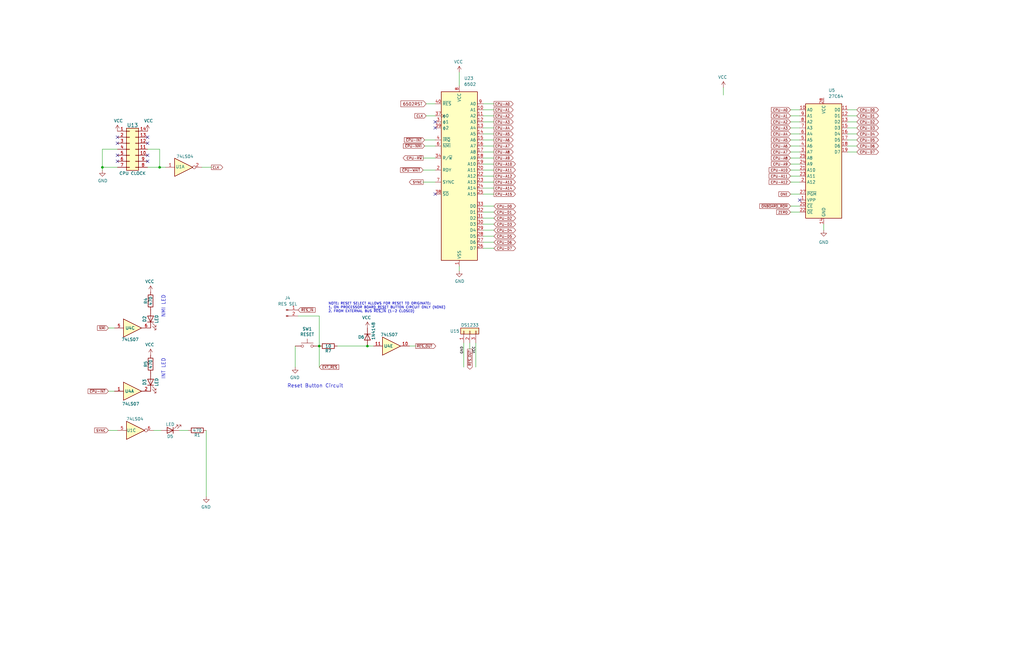
<source format=kicad_sch>
(kicad_sch (version 20211123) (generator eeschema)

  (uuid 4045b74c-7db6-4dd7-b540-c22208f5f53c)

  (paper "USLedger")

  (title_block
    (title "Duodyne 6502 CPU board")
    (date "2025-04-26")
    (rev "V0.9")
  )

  (lib_symbols
    (symbol "65xxx-library:6502" (in_bom yes) (on_board yes)
      (property "Reference" "U" (id 0) (at 2.54 40.64 0)
        (effects (font (size 1.27 1.27)) (justify left))
      )
      (property "Value" "6502" (id 1) (at 2.54 38.1 0)
        (effects (font (size 1.27 1.27)) (justify left))
      )
      (property "Footprint" "Package_DIP:DIP-40_W15.24mm" (id 2) (at 0 50.8 0)
        (effects (font (size 1.27 1.27)) hide)
      )
      (property "Datasheet" "http://www.6502.org/documents/datasheets/mos/mos_6500_mpu_mar_1980.pdf" (id 3) (at 0 48.26 0)
        (effects (font (size 1.27 1.27)) hide)
      )
      (property "ki_keywords" "6502 CPU uP" (id 4) (at 0 0 0)
        (effects (font (size 1.27 1.27)) hide)
      )
      (property "ki_description" "8-bit NMOS Microprocessor, 64K, DIP-40" (id 5) (at 0 0 0)
        (effects (font (size 1.27 1.27)) hide)
      )
      (property "ki_fp_filters" "DIP*W15.24mm*" (id 6) (at 0 0 0)
        (effects (font (size 1.27 1.27)) hide)
      )
      (symbol "6502_0_1"
        (rectangle (start -7.62 35.56) (end 7.62 -35.56)
          (stroke (width 0.254) (type default) (color 0 0 0 0))
          (fill (type background))
        )
      )
      (symbol "6502_1_1"
        (pin power_in line (at 0 -38.1 90) (length 2.54)
          (name "VSS" (effects (font (size 1.27 1.27))))
          (number "1" (effects (font (size 1.27 1.27))))
        )
        (pin output line (at 10.16 27.94 180) (length 2.54)
          (name "A1" (effects (font (size 1.27 1.27))))
          (number "10" (effects (font (size 1.27 1.27))))
        )
        (pin output line (at 10.16 25.4 180) (length 2.54)
          (name "A2" (effects (font (size 1.27 1.27))))
          (number "11" (effects (font (size 1.27 1.27))))
        )
        (pin output line (at 10.16 22.86 180) (length 2.54)
          (name "A3" (effects (font (size 1.27 1.27))))
          (number "12" (effects (font (size 1.27 1.27))))
        )
        (pin output line (at 10.16 20.32 180) (length 2.54)
          (name "A4" (effects (font (size 1.27 1.27))))
          (number "13" (effects (font (size 1.27 1.27))))
        )
        (pin output line (at 10.16 17.78 180) (length 2.54)
          (name "A5" (effects (font (size 1.27 1.27))))
          (number "14" (effects (font (size 1.27 1.27))))
        )
        (pin output line (at 10.16 15.24 180) (length 2.54)
          (name "A6" (effects (font (size 1.27 1.27))))
          (number "15" (effects (font (size 1.27 1.27))))
        )
        (pin output line (at 10.16 12.7 180) (length 2.54)
          (name "A7" (effects (font (size 1.27 1.27))))
          (number "16" (effects (font (size 1.27 1.27))))
        )
        (pin output line (at 10.16 10.16 180) (length 2.54)
          (name "A8" (effects (font (size 1.27 1.27))))
          (number "17" (effects (font (size 1.27 1.27))))
        )
        (pin output line (at 10.16 7.62 180) (length 2.54)
          (name "A9" (effects (font (size 1.27 1.27))))
          (number "18" (effects (font (size 1.27 1.27))))
        )
        (pin output line (at 10.16 5.08 180) (length 2.54)
          (name "A10" (effects (font (size 1.27 1.27))))
          (number "19" (effects (font (size 1.27 1.27))))
        )
        (pin input line (at -10.16 2.54 0) (length 2.54)
          (name "RDY" (effects (font (size 1.27 1.27))))
          (number "2" (effects (font (size 1.27 1.27))))
        )
        (pin output line (at 10.16 2.54 180) (length 2.54)
          (name "A11" (effects (font (size 1.27 1.27))))
          (number "20" (effects (font (size 1.27 1.27))))
        )
        (pin passive line (at 0 -38.1 90) (length 2.54) hide
          (name "VSS" (effects (font (size 1.27 1.27))))
          (number "21" (effects (font (size 1.27 1.27))))
        )
        (pin output line (at 10.16 0 180) (length 2.54)
          (name "A12" (effects (font (size 1.27 1.27))))
          (number "22" (effects (font (size 1.27 1.27))))
        )
        (pin output line (at 10.16 -2.54 180) (length 2.54)
          (name "A13" (effects (font (size 1.27 1.27))))
          (number "23" (effects (font (size 1.27 1.27))))
        )
        (pin output line (at 10.16 -5.08 180) (length 2.54)
          (name "A14" (effects (font (size 1.27 1.27))))
          (number "24" (effects (font (size 1.27 1.27))))
        )
        (pin output line (at 10.16 -7.62 180) (length 2.54)
          (name "A15" (effects (font (size 1.27 1.27))))
          (number "25" (effects (font (size 1.27 1.27))))
        )
        (pin bidirectional line (at 10.16 -30.48 180) (length 2.54)
          (name "D7" (effects (font (size 1.27 1.27))))
          (number "26" (effects (font (size 1.27 1.27))))
        )
        (pin bidirectional line (at 10.16 -27.94 180) (length 2.54)
          (name "D6" (effects (font (size 1.27 1.27))))
          (number "27" (effects (font (size 1.27 1.27))))
        )
        (pin bidirectional line (at 10.16 -25.4 180) (length 2.54)
          (name "D5" (effects (font (size 1.27 1.27))))
          (number "28" (effects (font (size 1.27 1.27))))
        )
        (pin bidirectional line (at 10.16 -22.86 180) (length 2.54)
          (name "D4" (effects (font (size 1.27 1.27))))
          (number "29" (effects (font (size 1.27 1.27))))
        )
        (pin output line (at -10.16 22.86 0) (length 2.54)
          (name "ϕ1" (effects (font (size 1.27 1.27))))
          (number "3" (effects (font (size 1.27 1.27))))
        )
        (pin bidirectional line (at 10.16 -20.32 180) (length 2.54)
          (name "D3" (effects (font (size 1.27 1.27))))
          (number "30" (effects (font (size 1.27 1.27))))
        )
        (pin bidirectional line (at 10.16 -17.78 180) (length 2.54)
          (name "D2" (effects (font (size 1.27 1.27))))
          (number "31" (effects (font (size 1.27 1.27))))
        )
        (pin bidirectional line (at 10.16 -15.24 180) (length 2.54)
          (name "D1" (effects (font (size 1.27 1.27))))
          (number "32" (effects (font (size 1.27 1.27))))
        )
        (pin bidirectional line (at 10.16 -12.7 180) (length 2.54)
          (name "D0" (effects (font (size 1.27 1.27))))
          (number "33" (effects (font (size 1.27 1.27))))
        )
        (pin output line (at -10.16 7.62 0) (length 2.54)
          (name "R/~{W}" (effects (font (size 1.27 1.27))))
          (number "34" (effects (font (size 1.27 1.27))))
        )
        (pin no_connect non_logic (at -7.62 -15.24 0) (length 2.54) hide
          (name "nc" (effects (font (size 1.27 1.27))))
          (number "35" (effects (font (size 1.27 1.27))))
        )
        (pin no_connect non_logic (at -7.62 -17.78 0) (length 2.54) hide
          (name "nc" (effects (font (size 1.27 1.27))))
          (number "36" (effects (font (size 1.27 1.27))))
        )
        (pin input clock (at -10.16 25.4 0) (length 2.54)
          (name "ϕ0" (effects (font (size 1.27 1.27))))
          (number "37" (effects (font (size 1.27 1.27))))
        )
        (pin input line (at -10.16 -7.62 0) (length 2.54)
          (name "~{SO}" (effects (font (size 1.27 1.27))))
          (number "38" (effects (font (size 1.27 1.27))))
        )
        (pin output line (at -10.16 20.32 0) (length 2.54)
          (name "ϕ2" (effects (font (size 1.27 1.27))))
          (number "39" (effects (font (size 1.27 1.27))))
        )
        (pin input line (at -10.16 15.24 0) (length 2.54)
          (name "~{IRQ}" (effects (font (size 1.27 1.27))))
          (number "4" (effects (font (size 1.27 1.27))))
        )
        (pin input line (at -10.16 30.48 0) (length 2.54)
          (name "~{RES}" (effects (font (size 1.27 1.27))))
          (number "40" (effects (font (size 1.27 1.27))))
        )
        (pin no_connect non_logic (at -7.62 -12.7 0) (length 2.54) hide
          (name "nc" (effects (font (size 1.27 1.27))))
          (number "5" (effects (font (size 1.27 1.27))))
        )
        (pin input line (at -10.16 12.7 0) (length 2.54)
          (name "~{NMI}" (effects (font (size 1.27 1.27))))
          (number "6" (effects (font (size 1.27 1.27))))
        )
        (pin output line (at -10.16 -2.54 0) (length 2.54)
          (name "SYNC" (effects (font (size 1.27 1.27))))
          (number "7" (effects (font (size 1.27 1.27))))
        )
        (pin power_in line (at 0 38.1 270) (length 2.54)
          (name "VCC" (effects (font (size 1.27 1.27))))
          (number "8" (effects (font (size 1.27 1.27))))
        )
        (pin output line (at 10.16 30.48 180) (length 2.54)
          (name "A0" (effects (font (size 1.27 1.27))))
          (number "9" (effects (font (size 1.27 1.27))))
        )
      )
    )
    (symbol "74xx:74LS04" (in_bom yes) (on_board yes)
      (property "Reference" "U" (id 0) (at 0 1.27 0)
        (effects (font (size 1.27 1.27)))
      )
      (property "Value" "74LS04" (id 1) (at 0 -1.27 0)
        (effects (font (size 1.27 1.27)))
      )
      (property "Footprint" "" (id 2) (at 0 0 0)
        (effects (font (size 1.27 1.27)) hide)
      )
      (property "Datasheet" "http://www.ti.com/lit/gpn/sn74LS04" (id 3) (at 0 0 0)
        (effects (font (size 1.27 1.27)) hide)
      )
      (property "ki_locked" "" (id 4) (at 0 0 0)
        (effects (font (size 1.27 1.27)))
      )
      (property "ki_keywords" "TTL not inv" (id 5) (at 0 0 0)
        (effects (font (size 1.27 1.27)) hide)
      )
      (property "ki_description" "Hex Inverter" (id 6) (at 0 0 0)
        (effects (font (size 1.27 1.27)) hide)
      )
      (property "ki_fp_filters" "DIP*W7.62mm* SSOP?14* TSSOP?14*" (id 7) (at 0 0 0)
        (effects (font (size 1.27 1.27)) hide)
      )
      (symbol "74LS04_1_0"
        (polyline
          (pts
            (xy -3.81 3.81)
            (xy -3.81 -3.81)
            (xy 3.81 0)
            (xy -3.81 3.81)
          )
          (stroke (width 0.254) (type default) (color 0 0 0 0))
          (fill (type background))
        )
        (pin input line (at -7.62 0 0) (length 3.81)
          (name "~" (effects (font (size 1.27 1.27))))
          (number "1" (effects (font (size 1.27 1.27))))
        )
        (pin output inverted (at 7.62 0 180) (length 3.81)
          (name "~" (effects (font (size 1.27 1.27))))
          (number "2" (effects (font (size 1.27 1.27))))
        )
      )
      (symbol "74LS04_2_0"
        (polyline
          (pts
            (xy -3.81 3.81)
            (xy -3.81 -3.81)
            (xy 3.81 0)
            (xy -3.81 3.81)
          )
          (stroke (width 0.254) (type default) (color 0 0 0 0))
          (fill (type background))
        )
        (pin input line (at -7.62 0 0) (length 3.81)
          (name "~" (effects (font (size 1.27 1.27))))
          (number "3" (effects (font (size 1.27 1.27))))
        )
        (pin output inverted (at 7.62 0 180) (length 3.81)
          (name "~" (effects (font (size 1.27 1.27))))
          (number "4" (effects (font (size 1.27 1.27))))
        )
      )
      (symbol "74LS04_3_0"
        (polyline
          (pts
            (xy -3.81 3.81)
            (xy -3.81 -3.81)
            (xy 3.81 0)
            (xy -3.81 3.81)
          )
          (stroke (width 0.254) (type default) (color 0 0 0 0))
          (fill (type background))
        )
        (pin input line (at -7.62 0 0) (length 3.81)
          (name "~" (effects (font (size 1.27 1.27))))
          (number "5" (effects (font (size 1.27 1.27))))
        )
        (pin output inverted (at 7.62 0 180) (length 3.81)
          (name "~" (effects (font (size 1.27 1.27))))
          (number "6" (effects (font (size 1.27 1.27))))
        )
      )
      (symbol "74LS04_4_0"
        (polyline
          (pts
            (xy -3.81 3.81)
            (xy -3.81 -3.81)
            (xy 3.81 0)
            (xy -3.81 3.81)
          )
          (stroke (width 0.254) (type default) (color 0 0 0 0))
          (fill (type background))
        )
        (pin output inverted (at 7.62 0 180) (length 3.81)
          (name "~" (effects (font (size 1.27 1.27))))
          (number "8" (effects (font (size 1.27 1.27))))
        )
        (pin input line (at -7.62 0 0) (length 3.81)
          (name "~" (effects (font (size 1.27 1.27))))
          (number "9" (effects (font (size 1.27 1.27))))
        )
      )
      (symbol "74LS04_5_0"
        (polyline
          (pts
            (xy -3.81 3.81)
            (xy -3.81 -3.81)
            (xy 3.81 0)
            (xy -3.81 3.81)
          )
          (stroke (width 0.254) (type default) (color 0 0 0 0))
          (fill (type background))
        )
        (pin output inverted (at 7.62 0 180) (length 3.81)
          (name "~" (effects (font (size 1.27 1.27))))
          (number "10" (effects (font (size 1.27 1.27))))
        )
        (pin input line (at -7.62 0 0) (length 3.81)
          (name "~" (effects (font (size 1.27 1.27))))
          (number "11" (effects (font (size 1.27 1.27))))
        )
      )
      (symbol "74LS04_6_0"
        (polyline
          (pts
            (xy -3.81 3.81)
            (xy -3.81 -3.81)
            (xy 3.81 0)
            (xy -3.81 3.81)
          )
          (stroke (width 0.254) (type default) (color 0 0 0 0))
          (fill (type background))
        )
        (pin output inverted (at 7.62 0 180) (length 3.81)
          (name "~" (effects (font (size 1.27 1.27))))
          (number "12" (effects (font (size 1.27 1.27))))
        )
        (pin input line (at -7.62 0 0) (length 3.81)
          (name "~" (effects (font (size 1.27 1.27))))
          (number "13" (effects (font (size 1.27 1.27))))
        )
      )
      (symbol "74LS04_7_0"
        (pin power_in line (at 0 12.7 270) (length 5.08)
          (name "VCC" (effects (font (size 1.27 1.27))))
          (number "14" (effects (font (size 1.27 1.27))))
        )
        (pin power_in line (at 0 -12.7 90) (length 5.08)
          (name "GND" (effects (font (size 1.27 1.27))))
          (number "7" (effects (font (size 1.27 1.27))))
        )
      )
      (symbol "74LS04_7_1"
        (rectangle (start -5.08 7.62) (end 5.08 -7.62)
          (stroke (width 0.254) (type default) (color 0 0 0 0))
          (fill (type background))
        )
      )
    )
    (symbol "74xx:74LS07" (pin_names (offset 1.016)) (in_bom yes) (on_board yes)
      (property "Reference" "U" (id 0) (at 0 1.27 0)
        (effects (font (size 1.27 1.27)))
      )
      (property "Value" "74LS07" (id 1) (at 0 -1.27 0)
        (effects (font (size 1.27 1.27)))
      )
      (property "Footprint" "" (id 2) (at 0 0 0)
        (effects (font (size 1.27 1.27)) hide)
      )
      (property "Datasheet" "www.ti.com/lit/ds/symlink/sn74ls07.pdf" (id 3) (at 0 0 0)
        (effects (font (size 1.27 1.27)) hide)
      )
      (property "ki_locked" "" (id 4) (at 0 0 0)
        (effects (font (size 1.27 1.27)))
      )
      (property "ki_keywords" "TTL hex buffer OpenCol" (id 5) (at 0 0 0)
        (effects (font (size 1.27 1.27)) hide)
      )
      (property "ki_description" "Hex Buffers and Drivers With Open Collector High Voltage Outputs" (id 6) (at 0 0 0)
        (effects (font (size 1.27 1.27)) hide)
      )
      (property "ki_fp_filters" "SOIC*3.9x8.7mm*P1.27mm* TSSOP*4.4x5mm*P0.65mm* DIP*W7.62mm*" (id 7) (at 0 0 0)
        (effects (font (size 1.27 1.27)) hide)
      )
      (symbol "74LS07_1_0"
        (polyline
          (pts
            (xy -3.81 3.81)
            (xy -3.81 -3.81)
            (xy 3.81 0)
            (xy -3.81 3.81)
          )
          (stroke (width 0.254) (type default) (color 0 0 0 0))
          (fill (type background))
        )
        (pin input line (at -7.62 0 0) (length 3.81)
          (name "~" (effects (font (size 1.27 1.27))))
          (number "1" (effects (font (size 1.27 1.27))))
        )
        (pin open_collector line (at 7.62 0 180) (length 3.81)
          (name "~" (effects (font (size 1.27 1.27))))
          (number "2" (effects (font (size 1.27 1.27))))
        )
      )
      (symbol "74LS07_2_0"
        (polyline
          (pts
            (xy -3.81 3.81)
            (xy -3.81 -3.81)
            (xy 3.81 0)
            (xy -3.81 3.81)
          )
          (stroke (width 0.254) (type default) (color 0 0 0 0))
          (fill (type background))
        )
        (pin input line (at -7.62 0 0) (length 3.81)
          (name "~" (effects (font (size 1.27 1.27))))
          (number "3" (effects (font (size 1.27 1.27))))
        )
        (pin open_collector line (at 7.62 0 180) (length 3.81)
          (name "~" (effects (font (size 1.27 1.27))))
          (number "4" (effects (font (size 1.27 1.27))))
        )
      )
      (symbol "74LS07_3_0"
        (polyline
          (pts
            (xy -3.81 3.81)
            (xy -3.81 -3.81)
            (xy 3.81 0)
            (xy -3.81 3.81)
          )
          (stroke (width 0.254) (type default) (color 0 0 0 0))
          (fill (type background))
        )
        (pin input line (at -7.62 0 0) (length 3.81)
          (name "~" (effects (font (size 1.27 1.27))))
          (number "5" (effects (font (size 1.27 1.27))))
        )
        (pin open_collector line (at 7.62 0 180) (length 3.81)
          (name "~" (effects (font (size 1.27 1.27))))
          (number "6" (effects (font (size 1.27 1.27))))
        )
      )
      (symbol "74LS07_4_0"
        (polyline
          (pts
            (xy -3.81 3.81)
            (xy -3.81 -3.81)
            (xy 3.81 0)
            (xy -3.81 3.81)
          )
          (stroke (width 0.254) (type default) (color 0 0 0 0))
          (fill (type background))
        )
        (pin open_collector line (at 7.62 0 180) (length 3.81)
          (name "~" (effects (font (size 1.27 1.27))))
          (number "8" (effects (font (size 1.27 1.27))))
        )
        (pin input line (at -7.62 0 0) (length 3.81)
          (name "~" (effects (font (size 1.27 1.27))))
          (number "9" (effects (font (size 1.27 1.27))))
        )
      )
      (symbol "74LS07_5_0"
        (polyline
          (pts
            (xy -3.81 3.81)
            (xy -3.81 -3.81)
            (xy 3.81 0)
            (xy -3.81 3.81)
          )
          (stroke (width 0.254) (type default) (color 0 0 0 0))
          (fill (type background))
        )
        (pin open_collector line (at 7.62 0 180) (length 3.81)
          (name "~" (effects (font (size 1.27 1.27))))
          (number "10" (effects (font (size 1.27 1.27))))
        )
        (pin input line (at -7.62 0 0) (length 3.81)
          (name "~" (effects (font (size 1.27 1.27))))
          (number "11" (effects (font (size 1.27 1.27))))
        )
      )
      (symbol "74LS07_6_0"
        (polyline
          (pts
            (xy -3.81 3.81)
            (xy -3.81 -3.81)
            (xy 3.81 0)
            (xy -3.81 3.81)
          )
          (stroke (width 0.254) (type default) (color 0 0 0 0))
          (fill (type background))
        )
        (pin open_collector line (at 7.62 0 180) (length 3.81)
          (name "~" (effects (font (size 1.27 1.27))))
          (number "12" (effects (font (size 1.27 1.27))))
        )
        (pin input line (at -7.62 0 0) (length 3.81)
          (name "~" (effects (font (size 1.27 1.27))))
          (number "13" (effects (font (size 1.27 1.27))))
        )
      )
      (symbol "74LS07_7_0"
        (pin power_in line (at 0 12.7 270) (length 5.08)
          (name "VCC" (effects (font (size 1.27 1.27))))
          (number "14" (effects (font (size 1.27 1.27))))
        )
        (pin power_in line (at 0 -12.7 90) (length 5.08)
          (name "GND" (effects (font (size 1.27 1.27))))
          (number "7" (effects (font (size 1.27 1.27))))
        )
      )
      (symbol "74LS07_7_1"
        (rectangle (start -5.08 7.62) (end 5.08 -7.62)
          (stroke (width 0.254) (type default) (color 0 0 0 0))
          (fill (type background))
        )
      )
    )
    (symbol "Connector:Conn_01x02_Male" (pin_names (offset 1.016) hide) (in_bom yes) (on_board yes)
      (property "Reference" "J" (id 0) (at 0 2.54 0)
        (effects (font (size 1.27 1.27)))
      )
      (property "Value" "Conn_01x02_Male" (id 1) (at 0 -5.08 0)
        (effects (font (size 1.27 1.27)))
      )
      (property "Footprint" "" (id 2) (at 0 0 0)
        (effects (font (size 1.27 1.27)) hide)
      )
      (property "Datasheet" "~" (id 3) (at 0 0 0)
        (effects (font (size 1.27 1.27)) hide)
      )
      (property "ki_keywords" "connector" (id 4) (at 0 0 0)
        (effects (font (size 1.27 1.27)) hide)
      )
      (property "ki_description" "Generic connector, single row, 01x02, script generated (kicad-library-utils/schlib/autogen/connector/)" (id 5) (at 0 0 0)
        (effects (font (size 1.27 1.27)) hide)
      )
      (property "ki_fp_filters" "Connector*:*_1x??_*" (id 6) (at 0 0 0)
        (effects (font (size 1.27 1.27)) hide)
      )
      (symbol "Conn_01x02_Male_1_1"
        (polyline
          (pts
            (xy 1.27 -2.54)
            (xy 0.8636 -2.54)
          )
          (stroke (width 0.1524) (type default) (color 0 0 0 0))
          (fill (type none))
        )
        (polyline
          (pts
            (xy 1.27 0)
            (xy 0.8636 0)
          )
          (stroke (width 0.1524) (type default) (color 0 0 0 0))
          (fill (type none))
        )
        (rectangle (start 0.8636 -2.413) (end 0 -2.667)
          (stroke (width 0.1524) (type default) (color 0 0 0 0))
          (fill (type outline))
        )
        (rectangle (start 0.8636 0.127) (end 0 -0.127)
          (stroke (width 0.1524) (type default) (color 0 0 0 0))
          (fill (type outline))
        )
        (pin passive line (at 5.08 0 180) (length 3.81)
          (name "Pin_1" (effects (font (size 1.27 1.27))))
          (number "1" (effects (font (size 1.27 1.27))))
        )
        (pin passive line (at 5.08 -2.54 180) (length 3.81)
          (name "Pin_2" (effects (font (size 1.27 1.27))))
          (number "2" (effects (font (size 1.27 1.27))))
        )
      )
    )
    (symbol "Connector_Generic:Conn_01x03" (pin_names (offset 1.016) hide) (in_bom yes) (on_board yes)
      (property "Reference" "J" (id 0) (at 0 5.08 0)
        (effects (font (size 1.27 1.27)))
      )
      (property "Value" "Conn_01x03" (id 1) (at 0 -5.08 0)
        (effects (font (size 1.27 1.27)))
      )
      (property "Footprint" "" (id 2) (at 0 0 0)
        (effects (font (size 1.27 1.27)) hide)
      )
      (property "Datasheet" "~" (id 3) (at 0 0 0)
        (effects (font (size 1.27 1.27)) hide)
      )
      (property "ki_keywords" "connector" (id 4) (at 0 0 0)
        (effects (font (size 1.27 1.27)) hide)
      )
      (property "ki_description" "Generic connector, single row, 01x03, script generated (kicad-library-utils/schlib/autogen/connector/)" (id 5) (at 0 0 0)
        (effects (font (size 1.27 1.27)) hide)
      )
      (property "ki_fp_filters" "Connector*:*_1x??_*" (id 6) (at 0 0 0)
        (effects (font (size 1.27 1.27)) hide)
      )
      (symbol "Conn_01x03_1_1"
        (rectangle (start -1.27 -2.413) (end 0 -2.667)
          (stroke (width 0.1524) (type default) (color 0 0 0 0))
          (fill (type none))
        )
        (rectangle (start -1.27 0.127) (end 0 -0.127)
          (stroke (width 0.1524) (type default) (color 0 0 0 0))
          (fill (type none))
        )
        (rectangle (start -1.27 2.667) (end 0 2.413)
          (stroke (width 0.1524) (type default) (color 0 0 0 0))
          (fill (type none))
        )
        (rectangle (start -1.27 3.81) (end 1.27 -3.81)
          (stroke (width 0.254) (type default) (color 0 0 0 0))
          (fill (type background))
        )
        (pin passive line (at -5.08 2.54 0) (length 3.81)
          (name "Pin_1" (effects (font (size 1.27 1.27))))
          (number "1" (effects (font (size 1.27 1.27))))
        )
        (pin passive line (at -5.08 0 0) (length 3.81)
          (name "Pin_2" (effects (font (size 1.27 1.27))))
          (number "2" (effects (font (size 1.27 1.27))))
        )
        (pin passive line (at -5.08 -2.54 0) (length 3.81)
          (name "Pin_3" (effects (font (size 1.27 1.27))))
          (number "3" (effects (font (size 1.27 1.27))))
        )
      )
    )
    (symbol "Connector_Generic:Conn_02x07_Counter_Clockwise" (pin_names (offset 1.016) hide) (in_bom yes) (on_board yes)
      (property "Reference" "J" (id 0) (at 1.27 10.16 0)
        (effects (font (size 1.27 1.27)))
      )
      (property "Value" "Conn_02x07_Counter_Clockwise" (id 1) (at 1.27 -10.16 0)
        (effects (font (size 1.27 1.27)))
      )
      (property "Footprint" "" (id 2) (at 0 0 0)
        (effects (font (size 1.27 1.27)) hide)
      )
      (property "Datasheet" "~" (id 3) (at 0 0 0)
        (effects (font (size 1.27 1.27)) hide)
      )
      (property "ki_keywords" "connector" (id 4) (at 0 0 0)
        (effects (font (size 1.27 1.27)) hide)
      )
      (property "ki_description" "Generic connector, double row, 02x07, counter clockwise pin numbering scheme (similar to DIP package numbering), script generated (kicad-library-utils/schlib/autogen/connector/)" (id 5) (at 0 0 0)
        (effects (font (size 1.27 1.27)) hide)
      )
      (property "ki_fp_filters" "Connector*:*_2x??_*" (id 6) (at 0 0 0)
        (effects (font (size 1.27 1.27)) hide)
      )
      (symbol "Conn_02x07_Counter_Clockwise_1_1"
        (rectangle (start -1.27 -7.493) (end 0 -7.747)
          (stroke (width 0.1524) (type default) (color 0 0 0 0))
          (fill (type none))
        )
        (rectangle (start -1.27 -4.953) (end 0 -5.207)
          (stroke (width 0.1524) (type default) (color 0 0 0 0))
          (fill (type none))
        )
        (rectangle (start -1.27 -2.413) (end 0 -2.667)
          (stroke (width 0.1524) (type default) (color 0 0 0 0))
          (fill (type none))
        )
        (rectangle (start -1.27 0.127) (end 0 -0.127)
          (stroke (width 0.1524) (type default) (color 0 0 0 0))
          (fill (type none))
        )
        (rectangle (start -1.27 2.667) (end 0 2.413)
          (stroke (width 0.1524) (type default) (color 0 0 0 0))
          (fill (type none))
        )
        (rectangle (start -1.27 5.207) (end 0 4.953)
          (stroke (width 0.1524) (type default) (color 0 0 0 0))
          (fill (type none))
        )
        (rectangle (start -1.27 7.747) (end 0 7.493)
          (stroke (width 0.1524) (type default) (color 0 0 0 0))
          (fill (type none))
        )
        (rectangle (start -1.27 8.89) (end 3.81 -8.89)
          (stroke (width 0.254) (type default) (color 0 0 0 0))
          (fill (type background))
        )
        (rectangle (start 3.81 -7.493) (end 2.54 -7.747)
          (stroke (width 0.1524) (type default) (color 0 0 0 0))
          (fill (type none))
        )
        (rectangle (start 3.81 -4.953) (end 2.54 -5.207)
          (stroke (width 0.1524) (type default) (color 0 0 0 0))
          (fill (type none))
        )
        (rectangle (start 3.81 -2.413) (end 2.54 -2.667)
          (stroke (width 0.1524) (type default) (color 0 0 0 0))
          (fill (type none))
        )
        (rectangle (start 3.81 0.127) (end 2.54 -0.127)
          (stroke (width 0.1524) (type default) (color 0 0 0 0))
          (fill (type none))
        )
        (rectangle (start 3.81 2.667) (end 2.54 2.413)
          (stroke (width 0.1524) (type default) (color 0 0 0 0))
          (fill (type none))
        )
        (rectangle (start 3.81 5.207) (end 2.54 4.953)
          (stroke (width 0.1524) (type default) (color 0 0 0 0))
          (fill (type none))
        )
        (rectangle (start 3.81 7.747) (end 2.54 7.493)
          (stroke (width 0.1524) (type default) (color 0 0 0 0))
          (fill (type none))
        )
        (pin passive line (at -5.08 7.62 0) (length 3.81)
          (name "Pin_1" (effects (font (size 1.27 1.27))))
          (number "1" (effects (font (size 1.27 1.27))))
        )
        (pin passive line (at 7.62 -2.54 180) (length 3.81)
          (name "Pin_10" (effects (font (size 1.27 1.27))))
          (number "10" (effects (font (size 1.27 1.27))))
        )
        (pin passive line (at 7.62 0 180) (length 3.81)
          (name "Pin_11" (effects (font (size 1.27 1.27))))
          (number "11" (effects (font (size 1.27 1.27))))
        )
        (pin passive line (at 7.62 2.54 180) (length 3.81)
          (name "Pin_12" (effects (font (size 1.27 1.27))))
          (number "12" (effects (font (size 1.27 1.27))))
        )
        (pin passive line (at 7.62 5.08 180) (length 3.81)
          (name "Pin_13" (effects (font (size 1.27 1.27))))
          (number "13" (effects (font (size 1.27 1.27))))
        )
        (pin passive line (at 7.62 7.62 180) (length 3.81)
          (name "Pin_14" (effects (font (size 1.27 1.27))))
          (number "14" (effects (font (size 1.27 1.27))))
        )
        (pin passive line (at -5.08 5.08 0) (length 3.81)
          (name "Pin_2" (effects (font (size 1.27 1.27))))
          (number "2" (effects (font (size 1.27 1.27))))
        )
        (pin passive line (at -5.08 2.54 0) (length 3.81)
          (name "Pin_3" (effects (font (size 1.27 1.27))))
          (number "3" (effects (font (size 1.27 1.27))))
        )
        (pin passive line (at -5.08 0 0) (length 3.81)
          (name "Pin_4" (effects (font (size 1.27 1.27))))
          (number "4" (effects (font (size 1.27 1.27))))
        )
        (pin passive line (at -5.08 -2.54 0) (length 3.81)
          (name "Pin_5" (effects (font (size 1.27 1.27))))
          (number "5" (effects (font (size 1.27 1.27))))
        )
        (pin passive line (at -5.08 -5.08 0) (length 3.81)
          (name "Pin_6" (effects (font (size 1.27 1.27))))
          (number "6" (effects (font (size 1.27 1.27))))
        )
        (pin passive line (at -5.08 -7.62 0) (length 3.81)
          (name "Pin_7" (effects (font (size 1.27 1.27))))
          (number "7" (effects (font (size 1.27 1.27))))
        )
        (pin passive line (at 7.62 -7.62 180) (length 3.81)
          (name "Pin_8" (effects (font (size 1.27 1.27))))
          (number "8" (effects (font (size 1.27 1.27))))
        )
        (pin passive line (at 7.62 -5.08 180) (length 3.81)
          (name "Pin_9" (effects (font (size 1.27 1.27))))
          (number "9" (effects (font (size 1.27 1.27))))
        )
      )
    )
    (symbol "Device:LED" (pin_numbers hide) (pin_names (offset 1.016) hide) (in_bom yes) (on_board yes)
      (property "Reference" "D" (id 0) (at 0 2.54 0)
        (effects (font (size 1.27 1.27)))
      )
      (property "Value" "LED" (id 1) (at 0 -2.54 0)
        (effects (font (size 1.27 1.27)))
      )
      (property "Footprint" "" (id 2) (at 0 0 0)
        (effects (font (size 1.27 1.27)) hide)
      )
      (property "Datasheet" "~" (id 3) (at 0 0 0)
        (effects (font (size 1.27 1.27)) hide)
      )
      (property "ki_keywords" "LED diode" (id 4) (at 0 0 0)
        (effects (font (size 1.27 1.27)) hide)
      )
      (property "ki_description" "Light emitting diode" (id 5) (at 0 0 0)
        (effects (font (size 1.27 1.27)) hide)
      )
      (property "ki_fp_filters" "LED* LED_SMD:* LED_THT:*" (id 6) (at 0 0 0)
        (effects (font (size 1.27 1.27)) hide)
      )
      (symbol "LED_0_1"
        (polyline
          (pts
            (xy -1.27 -1.27)
            (xy -1.27 1.27)
          )
          (stroke (width 0.254) (type default) (color 0 0 0 0))
          (fill (type none))
        )
        (polyline
          (pts
            (xy -1.27 0)
            (xy 1.27 0)
          )
          (stroke (width 0) (type default) (color 0 0 0 0))
          (fill (type none))
        )
        (polyline
          (pts
            (xy 1.27 -1.27)
            (xy 1.27 1.27)
            (xy -1.27 0)
            (xy 1.27 -1.27)
          )
          (stroke (width 0.254) (type default) (color 0 0 0 0))
          (fill (type none))
        )
        (polyline
          (pts
            (xy -3.048 -0.762)
            (xy -4.572 -2.286)
            (xy -3.81 -2.286)
            (xy -4.572 -2.286)
            (xy -4.572 -1.524)
          )
          (stroke (width 0) (type default) (color 0 0 0 0))
          (fill (type none))
        )
        (polyline
          (pts
            (xy -1.778 -0.762)
            (xy -3.302 -2.286)
            (xy -2.54 -2.286)
            (xy -3.302 -2.286)
            (xy -3.302 -1.524)
          )
          (stroke (width 0) (type default) (color 0 0 0 0))
          (fill (type none))
        )
      )
      (symbol "LED_1_1"
        (pin passive line (at -3.81 0 0) (length 2.54)
          (name "K" (effects (font (size 1.27 1.27))))
          (number "1" (effects (font (size 1.27 1.27))))
        )
        (pin passive line (at 3.81 0 180) (length 2.54)
          (name "A" (effects (font (size 1.27 1.27))))
          (number "2" (effects (font (size 1.27 1.27))))
        )
      )
    )
    (symbol "Device:R" (pin_numbers hide) (pin_names (offset 0)) (in_bom yes) (on_board yes)
      (property "Reference" "R" (id 0) (at 2.032 0 90)
        (effects (font (size 1.27 1.27)))
      )
      (property "Value" "R" (id 1) (at 0 0 90)
        (effects (font (size 1.27 1.27)))
      )
      (property "Footprint" "" (id 2) (at -1.778 0 90)
        (effects (font (size 1.27 1.27)) hide)
      )
      (property "Datasheet" "~" (id 3) (at 0 0 0)
        (effects (font (size 1.27 1.27)) hide)
      )
      (property "ki_keywords" "R res resistor" (id 4) (at 0 0 0)
        (effects (font (size 1.27 1.27)) hide)
      )
      (property "ki_description" "Resistor" (id 5) (at 0 0 0)
        (effects (font (size 1.27 1.27)) hide)
      )
      (property "ki_fp_filters" "R_*" (id 6) (at 0 0 0)
        (effects (font (size 1.27 1.27)) hide)
      )
      (symbol "R_0_1"
        (rectangle (start -1.016 -2.54) (end 1.016 2.54)
          (stroke (width 0.254) (type default) (color 0 0 0 0))
          (fill (type none))
        )
      )
      (symbol "R_1_1"
        (pin passive line (at 0 3.81 270) (length 1.27)
          (name "~" (effects (font (size 1.27 1.27))))
          (number "1" (effects (font (size 1.27 1.27))))
        )
        (pin passive line (at 0 -3.81 90) (length 1.27)
          (name "~" (effects (font (size 1.27 1.27))))
          (number "2" (effects (font (size 1.27 1.27))))
        )
      )
    )
    (symbol "Diode:1N4148" (pin_numbers hide) (pin_names hide) (in_bom yes) (on_board yes)
      (property "Reference" "D" (id 0) (at 0 2.54 0)
        (effects (font (size 1.27 1.27)))
      )
      (property "Value" "1N4148" (id 1) (at 0 -2.54 0)
        (effects (font (size 1.27 1.27)))
      )
      (property "Footprint" "Diode_THT:D_DO-35_SOD27_P7.62mm_Horizontal" (id 2) (at 0 0 0)
        (effects (font (size 1.27 1.27)) hide)
      )
      (property "Datasheet" "https://assets.nexperia.com/documents/data-sheet/1N4148_1N4448.pdf" (id 3) (at 0 0 0)
        (effects (font (size 1.27 1.27)) hide)
      )
      (property "ki_keywords" "diode" (id 4) (at 0 0 0)
        (effects (font (size 1.27 1.27)) hide)
      )
      (property "ki_description" "100V 0.15A standard switching diode, DO-35" (id 5) (at 0 0 0)
        (effects (font (size 1.27 1.27)) hide)
      )
      (property "ki_fp_filters" "D*DO?35*" (id 6) (at 0 0 0)
        (effects (font (size 1.27 1.27)) hide)
      )
      (symbol "1N4148_0_1"
        (polyline
          (pts
            (xy -1.27 1.27)
            (xy -1.27 -1.27)
          )
          (stroke (width 0.254) (type default) (color 0 0 0 0))
          (fill (type none))
        )
        (polyline
          (pts
            (xy 1.27 0)
            (xy -1.27 0)
          )
          (stroke (width 0) (type default) (color 0 0 0 0))
          (fill (type none))
        )
        (polyline
          (pts
            (xy 1.27 1.27)
            (xy 1.27 -1.27)
            (xy -1.27 0)
            (xy 1.27 1.27)
          )
          (stroke (width 0.254) (type default) (color 0 0 0 0))
          (fill (type none))
        )
      )
      (symbol "1N4148_1_1"
        (pin passive line (at -3.81 0 0) (length 2.54)
          (name "K" (effects (font (size 1.27 1.27))))
          (number "1" (effects (font (size 1.27 1.27))))
        )
        (pin passive line (at 3.81 0 180) (length 2.54)
          (name "A" (effects (font (size 1.27 1.27))))
          (number "2" (effects (font (size 1.27 1.27))))
        )
      )
    )
    (symbol "Memory_EPROM:27C64" (in_bom yes) (on_board yes)
      (property "Reference" "U" (id 0) (at -7.62 24.13 0)
        (effects (font (size 1.27 1.27)))
      )
      (property "Value" "27C64" (id 1) (at 2.54 -26.67 0)
        (effects (font (size 1.27 1.27)) (justify left))
      )
      (property "Footprint" "Package_DIP:DIP-28_W15.24mm" (id 2) (at 0 0 0)
        (effects (font (size 1.27 1.27)) hide)
      )
      (property "Datasheet" "http://ww1.microchip.com/downloads/en/DeviceDoc/11107M.pdf" (id 3) (at 0 0 0)
        (effects (font (size 1.27 1.27)) hide)
      )
      (property "ki_keywords" "OTP EPROM 64KiBit" (id 4) (at 0 0 0)
        (effects (font (size 1.27 1.27)) hide)
      )
      (property "ki_description" "OTP EPROM 64 KiBit, [Obsolete 2004-01]" (id 5) (at 0 0 0)
        (effects (font (size 1.27 1.27)) hide)
      )
      (property "ki_fp_filters" "DIP*W15.24mm*" (id 6) (at 0 0 0)
        (effects (font (size 1.27 1.27)) hide)
      )
      (symbol "27C64_1_1"
        (rectangle (start -7.62 22.86) (end 7.62 -25.4)
          (stroke (width 0.254) (type default) (color 0 0 0 0))
          (fill (type background))
        )
        (pin input line (at -10.16 -17.78 0) (length 2.54)
          (name "VPP" (effects (font (size 1.27 1.27))))
          (number "1" (effects (font (size 1.27 1.27))))
        )
        (pin input line (at -10.16 20.32 0) (length 2.54)
          (name "A0" (effects (font (size 1.27 1.27))))
          (number "10" (effects (font (size 1.27 1.27))))
        )
        (pin tri_state line (at 10.16 20.32 180) (length 2.54)
          (name "D0" (effects (font (size 1.27 1.27))))
          (number "11" (effects (font (size 1.27 1.27))))
        )
        (pin tri_state line (at 10.16 17.78 180) (length 2.54)
          (name "D1" (effects (font (size 1.27 1.27))))
          (number "12" (effects (font (size 1.27 1.27))))
        )
        (pin tri_state line (at 10.16 15.24 180) (length 2.54)
          (name "D2" (effects (font (size 1.27 1.27))))
          (number "13" (effects (font (size 1.27 1.27))))
        )
        (pin power_in line (at 0 -27.94 90) (length 2.54)
          (name "GND" (effects (font (size 1.27 1.27))))
          (number "14" (effects (font (size 1.27 1.27))))
        )
        (pin tri_state line (at 10.16 12.7 180) (length 2.54)
          (name "D3" (effects (font (size 1.27 1.27))))
          (number "15" (effects (font (size 1.27 1.27))))
        )
        (pin tri_state line (at 10.16 10.16 180) (length 2.54)
          (name "D4" (effects (font (size 1.27 1.27))))
          (number "16" (effects (font (size 1.27 1.27))))
        )
        (pin tri_state line (at 10.16 7.62 180) (length 2.54)
          (name "D5" (effects (font (size 1.27 1.27))))
          (number "17" (effects (font (size 1.27 1.27))))
        )
        (pin tri_state line (at 10.16 5.08 180) (length 2.54)
          (name "D6" (effects (font (size 1.27 1.27))))
          (number "18" (effects (font (size 1.27 1.27))))
        )
        (pin tri_state line (at 10.16 2.54 180) (length 2.54)
          (name "D7" (effects (font (size 1.27 1.27))))
          (number "19" (effects (font (size 1.27 1.27))))
        )
        (pin input line (at -10.16 -10.16 0) (length 2.54)
          (name "A12" (effects (font (size 1.27 1.27))))
          (number "2" (effects (font (size 1.27 1.27))))
        )
        (pin input line (at -10.16 -20.32 0) (length 2.54)
          (name "~{CE}" (effects (font (size 1.27 1.27))))
          (number "20" (effects (font (size 1.27 1.27))))
        )
        (pin input line (at -10.16 -5.08 0) (length 2.54)
          (name "A10" (effects (font (size 1.27 1.27))))
          (number "21" (effects (font (size 1.27 1.27))))
        )
        (pin input line (at -10.16 -22.86 0) (length 2.54)
          (name "~{OE}" (effects (font (size 1.27 1.27))))
          (number "22" (effects (font (size 1.27 1.27))))
        )
        (pin input line (at -10.16 -7.62 0) (length 2.54)
          (name "A11" (effects (font (size 1.27 1.27))))
          (number "23" (effects (font (size 1.27 1.27))))
        )
        (pin input line (at -10.16 -2.54 0) (length 2.54)
          (name "A9" (effects (font (size 1.27 1.27))))
          (number "24" (effects (font (size 1.27 1.27))))
        )
        (pin input line (at -10.16 0 0) (length 2.54)
          (name "A8" (effects (font (size 1.27 1.27))))
          (number "25" (effects (font (size 1.27 1.27))))
        )
        (pin no_connect line (at 7.62 0 180) (length 2.54) hide
          (name "NC" (effects (font (size 1.27 1.27))))
          (number "26" (effects (font (size 1.27 1.27))))
        )
        (pin input line (at -10.16 -15.24 0) (length 2.54)
          (name "~{PGM}" (effects (font (size 1.27 1.27))))
          (number "27" (effects (font (size 1.27 1.27))))
        )
        (pin power_in line (at 0 25.4 270) (length 2.54)
          (name "VCC" (effects (font (size 1.27 1.27))))
          (number "28" (effects (font (size 1.27 1.27))))
        )
        (pin input line (at -10.16 2.54 0) (length 2.54)
          (name "A7" (effects (font (size 1.27 1.27))))
          (number "3" (effects (font (size 1.27 1.27))))
        )
        (pin input line (at -10.16 5.08 0) (length 2.54)
          (name "A6" (effects (font (size 1.27 1.27))))
          (number "4" (effects (font (size 1.27 1.27))))
        )
        (pin input line (at -10.16 7.62 0) (length 2.54)
          (name "A5" (effects (font (size 1.27 1.27))))
          (number "5" (effects (font (size 1.27 1.27))))
        )
        (pin input line (at -10.16 10.16 0) (length 2.54)
          (name "A4" (effects (font (size 1.27 1.27))))
          (number "6" (effects (font (size 1.27 1.27))))
        )
        (pin input line (at -10.16 12.7 0) (length 2.54)
          (name "A3" (effects (font (size 1.27 1.27))))
          (number "7" (effects (font (size 1.27 1.27))))
        )
        (pin input line (at -10.16 15.24 0) (length 2.54)
          (name "A2" (effects (font (size 1.27 1.27))))
          (number "8" (effects (font (size 1.27 1.27))))
        )
        (pin input line (at -10.16 17.78 0) (length 2.54)
          (name "A1" (effects (font (size 1.27 1.27))))
          (number "9" (effects (font (size 1.27 1.27))))
        )
      )
    )
    (symbol "Switch:SW_Push" (pin_numbers hide) (pin_names (offset 1.016) hide) (in_bom yes) (on_board yes)
      (property "Reference" "SW" (id 0) (at 1.27 2.54 0)
        (effects (font (size 1.27 1.27)) (justify left))
      )
      (property "Value" "SW_Push" (id 1) (at 0 -1.524 0)
        (effects (font (size 1.27 1.27)))
      )
      (property "Footprint" "" (id 2) (at 0 5.08 0)
        (effects (font (size 1.27 1.27)) hide)
      )
      (property "Datasheet" "~" (id 3) (at 0 5.08 0)
        (effects (font (size 1.27 1.27)) hide)
      )
      (property "ki_keywords" "switch normally-open pushbutton push-button" (id 4) (at 0 0 0)
        (effects (font (size 1.27 1.27)) hide)
      )
      (property "ki_description" "Push button switch, generic, two pins" (id 5) (at 0 0 0)
        (effects (font (size 1.27 1.27)) hide)
      )
      (symbol "SW_Push_0_1"
        (circle (center -2.032 0) (radius 0.508)
          (stroke (width 0) (type default) (color 0 0 0 0))
          (fill (type none))
        )
        (polyline
          (pts
            (xy 0 1.27)
            (xy 0 3.048)
          )
          (stroke (width 0) (type default) (color 0 0 0 0))
          (fill (type none))
        )
        (polyline
          (pts
            (xy 2.54 1.27)
            (xy -2.54 1.27)
          )
          (stroke (width 0) (type default) (color 0 0 0 0))
          (fill (type none))
        )
        (circle (center 2.032 0) (radius 0.508)
          (stroke (width 0) (type default) (color 0 0 0 0))
          (fill (type none))
        )
        (pin passive line (at -5.08 0 0) (length 2.54)
          (name "1" (effects (font (size 1.27 1.27))))
          (number "1" (effects (font (size 1.27 1.27))))
        )
        (pin passive line (at 5.08 0 180) (length 2.54)
          (name "2" (effects (font (size 1.27 1.27))))
          (number "2" (effects (font (size 1.27 1.27))))
        )
      )
    )
    (symbol "power:GND" (power) (pin_names (offset 0)) (in_bom yes) (on_board yes)
      (property "Reference" "#PWR" (id 0) (at 0 -6.35 0)
        (effects (font (size 1.27 1.27)) hide)
      )
      (property "Value" "GND" (id 1) (at 0 -3.81 0)
        (effects (font (size 1.27 1.27)))
      )
      (property "Footprint" "" (id 2) (at 0 0 0)
        (effects (font (size 1.27 1.27)) hide)
      )
      (property "Datasheet" "" (id 3) (at 0 0 0)
        (effects (font (size 1.27 1.27)) hide)
      )
      (property "ki_keywords" "global power" (id 4) (at 0 0 0)
        (effects (font (size 1.27 1.27)) hide)
      )
      (property "ki_description" "Power symbol creates a global label with name \"GND\" , ground" (id 5) (at 0 0 0)
        (effects (font (size 1.27 1.27)) hide)
      )
      (symbol "GND_0_1"
        (polyline
          (pts
            (xy 0 0)
            (xy 0 -1.27)
            (xy 1.27 -1.27)
            (xy 0 -2.54)
            (xy -1.27 -1.27)
            (xy 0 -1.27)
          )
          (stroke (width 0) (type default) (color 0 0 0 0))
          (fill (type none))
        )
      )
      (symbol "GND_1_1"
        (pin power_in line (at 0 0 270) (length 0) hide
          (name "GND" (effects (font (size 1.27 1.27))))
          (number "1" (effects (font (size 1.27 1.27))))
        )
      )
    )
    (symbol "power:VCC" (power) (pin_names (offset 0)) (in_bom yes) (on_board yes)
      (property "Reference" "#PWR" (id 0) (at 0 -3.81 0)
        (effects (font (size 1.27 1.27)) hide)
      )
      (property "Value" "VCC" (id 1) (at 0 3.81 0)
        (effects (font (size 1.27 1.27)))
      )
      (property "Footprint" "" (id 2) (at 0 0 0)
        (effects (font (size 1.27 1.27)) hide)
      )
      (property "Datasheet" "" (id 3) (at 0 0 0)
        (effects (font (size 1.27 1.27)) hide)
      )
      (property "ki_keywords" "global power" (id 4) (at 0 0 0)
        (effects (font (size 1.27 1.27)) hide)
      )
      (property "ki_description" "Power symbol creates a global label with name \"VCC\"" (id 5) (at 0 0 0)
        (effects (font (size 1.27 1.27)) hide)
      )
      (symbol "VCC_0_1"
        (polyline
          (pts
            (xy -0.762 1.27)
            (xy 0 2.54)
          )
          (stroke (width 0) (type default) (color 0 0 0 0))
          (fill (type none))
        )
        (polyline
          (pts
            (xy 0 0)
            (xy 0 2.54)
          )
          (stroke (width 0) (type default) (color 0 0 0 0))
          (fill (type none))
        )
        (polyline
          (pts
            (xy 0 2.54)
            (xy 0.762 1.27)
          )
          (stroke (width 0) (type default) (color 0 0 0 0))
          (fill (type none))
        )
      )
      (symbol "VCC_1_1"
        (pin power_in line (at 0 0 90) (length 0) hide
          (name "VCC" (effects (font (size 1.27 1.27))))
          (number "1" (effects (font (size 1.27 1.27))))
        )
      )
    )
  )

  (junction (at 154.94 146.05) (diameter 0) (color 0 0 0 0)
    (uuid 0547b78c-aafc-4d47-931c-f8982d571133)
  )
  (junction (at 67.31 70.612) (diameter 0) (color 0 0 0 0)
    (uuid 757a8995-a347-4377-b15e-bd49629d2c0e)
  )
  (junction (at 134.62 146.05) (diameter 0) (color 0 0 0 0)
    (uuid 9cd8fc0e-6f5c-4ab8-b743-57450eb00ccf)
  )
  (junction (at 43.18 70.612) (diameter 0) (color 0 0 0 0)
    (uuid b1339ff7-b36a-425e-a9aa-fa7c29aff7b4)
  )

  (no_connect (at 49.53 65.532) (uuid 0aa76726-40af-4573-8ab1-b38b03979a8e))
  (no_connect (at 49.53 60.452) (uuid 36f75cc6-e9d3-4996-bf4a-31a0e82075aa))
  (no_connect (at 62.23 68.072) (uuid 71aaa828-2a8b-4fd2-9f4d-a3cf4521b04e))
  (no_connect (at 49.53 57.912) (uuid c50f03d6-afe9-48f4-ae3a-d1982daf12a5))
  (no_connect (at 337.185 84.455) (uuid c58f2c8c-1f76-4b6a-ba00-cac9cad2d855))
  (no_connect (at 62.23 60.452) (uuid daa06915-05a4-40f4-a051-02fc62eeeec2))
  (no_connect (at 62.23 65.532) (uuid e7075e8b-8ef1-4dd7-991f-04658176ad15))
  (no_connect (at 183.515 53.975) (uuid ea0194a9-18a6-46a8-8ea2-fa8443bd9035))
  (no_connect (at 62.23 57.912) (uuid f199e498-4b7b-40f0-b852-5e719cff383c))
  (no_connect (at 49.53 68.072) (uuid f201abe8-6fe3-4a65-b30b-a43ec6ae5695))
  (no_connect (at 183.515 51.435) (uuid f469d724-629c-4675-8403-213ac8e3a10b))
  (no_connect (at 183.515 81.915) (uuid fd6ca9f4-f743-408c-80b7-d6ea3c929dc6))

  (wire (pts (xy 203.835 94.615) (xy 208.28 94.615))
    (stroke (width 0) (type default) (color 0 0 0 0))
    (uuid 01765d32-daf8-4043-a265-14e149965a3f)
  )
  (wire (pts (xy 333.375 89.535) (xy 337.185 89.535))
    (stroke (width 0) (type default) (color 0 0 0 0))
    (uuid 0cf3de43-38b0-489c-a0f8-b5a58b693a31)
  )
  (wire (pts (xy 45.72 181.61) (xy 49.53 181.61))
    (stroke (width 0) (type default) (color 0 0 0 0))
    (uuid 0f9da21e-0ba9-41ac-9b91-e3d6b6e5d173)
  )
  (wire (pts (xy 203.835 69.215) (xy 208.28 69.215))
    (stroke (width 0) (type default) (color 0 0 0 0))
    (uuid 100f594a-4419-4816-a5a1-054fe7e008f3)
  )
  (wire (pts (xy 333.375 66.675) (xy 337.185 66.675))
    (stroke (width 0) (type default) (color 0 0 0 0))
    (uuid 1123f712-1a0a-456d-b493-5b8fa084950c)
  )
  (wire (pts (xy 134.62 133.35) (xy 134.62 146.05))
    (stroke (width 0) (type default) (color 0 0 0 0))
    (uuid 1139406a-afae-472a-8dfc-c6a56e6a86b1)
  )
  (wire (pts (xy 333.375 69.215) (xy 337.185 69.215))
    (stroke (width 0) (type default) (color 0 0 0 0))
    (uuid 12ece8b7-1b43-45e2-bac5-feeebe11b2b4)
  )
  (wire (pts (xy 333.375 76.835) (xy 337.185 76.835))
    (stroke (width 0) (type default) (color 0 0 0 0))
    (uuid 1883aa99-63de-427b-8050-2f29769648fc)
  )
  (wire (pts (xy 203.835 53.975) (xy 208.28 53.975))
    (stroke (width 0) (type default) (color 0 0 0 0))
    (uuid 2049de56-c6ac-4d35-a2b2-e931a7073d0c)
  )
  (wire (pts (xy 86.995 181.61) (xy 86.995 209.55))
    (stroke (width 0) (type default) (color 0 0 0 0))
    (uuid 216821a9-10db-4878-aa32-0ed6ff6a5663)
  )
  (wire (pts (xy 203.835 102.235) (xy 208.28 102.235))
    (stroke (width 0) (type default) (color 0 0 0 0))
    (uuid 2181eb2a-1c26-4eac-abf0-ef399a87b2de)
  )
  (wire (pts (xy 198.12 147.32) (xy 198.12 144.78))
    (stroke (width 0) (type default) (color 0 0 0 0))
    (uuid 22b6eab8-f1f3-498b-8996-b0ebe3af17b3)
  )
  (wire (pts (xy 357.505 51.435) (xy 361.315 51.435))
    (stroke (width 0) (type default) (color 0 0 0 0))
    (uuid 2d2e22ce-c443-4cec-a87e-999491d9ea30)
  )
  (wire (pts (xy 67.31 70.612) (xy 62.23 70.612))
    (stroke (width 0) (type default) (color 0 0 0 0))
    (uuid 2f84189e-1118-4c05-8422-920c4256a6fb)
  )
  (wire (pts (xy 333.375 74.295) (xy 337.185 74.295))
    (stroke (width 0) (type default) (color 0 0 0 0))
    (uuid 32a56c7b-0dd8-47b2-8e90-58f88cbfad95)
  )
  (wire (pts (xy 203.835 79.375) (xy 208.28 79.375))
    (stroke (width 0) (type default) (color 0 0 0 0))
    (uuid 35f014da-0207-4408-89e2-4fd4260ade27)
  )
  (wire (pts (xy 48.26 138.43) (xy 45.72 138.43))
    (stroke (width 0) (type default) (color 0 0 0 0))
    (uuid 3bc50ec4-0ac3-44e8-b561-3fe490188c42)
  )
  (wire (pts (xy 179.07 59.055) (xy 183.515 59.055))
    (stroke (width 0) (type default) (color 0 0 0 0))
    (uuid 3c2f66e6-eabc-44af-8976-2641ba392c28)
  )
  (wire (pts (xy 203.835 59.055) (xy 208.28 59.055))
    (stroke (width 0) (type default) (color 0 0 0 0))
    (uuid 40e1e518-a7f8-4709-945c-283b492b7a02)
  )
  (wire (pts (xy 43.18 62.992) (xy 43.18 70.612))
    (stroke (width 0) (type default) (color 0 0 0 0))
    (uuid 47bd991b-0d33-4e76-84d8-d661f66b1c1d)
  )
  (wire (pts (xy 175.26 146.05) (xy 172.72 146.05))
    (stroke (width 0) (type default) (color 0 0 0 0))
    (uuid 4869f54b-f44f-42c0-b68c-fda3b0ac80fe)
  )
  (wire (pts (xy 333.375 71.755) (xy 337.185 71.755))
    (stroke (width 0) (type default) (color 0 0 0 0))
    (uuid 48c7342b-a081-488c-919a-503ffbfc6694)
  )
  (wire (pts (xy 357.505 48.895) (xy 361.315 48.895))
    (stroke (width 0) (type default) (color 0 0 0 0))
    (uuid 48d61f24-1714-41b7-bff8-c64e9d1c6a9a)
  )
  (wire (pts (xy 333.375 51.435) (xy 337.185 51.435))
    (stroke (width 0) (type default) (color 0 0 0 0))
    (uuid 4aa566b4-3054-4dc4-a1aa-96aeb03e2b94)
  )
  (wire (pts (xy 357.505 64.135) (xy 361.315 64.135))
    (stroke (width 0) (type default) (color 0 0 0 0))
    (uuid 4aa5f098-1321-4300-b4a5-680be9469719)
  )
  (wire (pts (xy 203.835 48.895) (xy 208.28 48.895))
    (stroke (width 0) (type default) (color 0 0 0 0))
    (uuid 4b01d924-30bb-44b3-ba7a-771f4167d699)
  )
  (wire (pts (xy 48.26 165.1) (xy 45.72 165.1))
    (stroke (width 0) (type default) (color 0 0 0 0))
    (uuid 4bd35fa2-082c-4db5-9251-8a56ca35f513)
  )
  (wire (pts (xy 333.375 53.975) (xy 337.185 53.975))
    (stroke (width 0) (type default) (color 0 0 0 0))
    (uuid 4e7a91d1-0ea6-4be0-a966-905c58eab089)
  )
  (wire (pts (xy 203.835 46.355) (xy 208.28 46.355))
    (stroke (width 0) (type default) (color 0 0 0 0))
    (uuid 5105b81a-5061-48b9-b77d-ef46214961a5)
  )
  (wire (pts (xy 203.835 43.815) (xy 208.28 43.815))
    (stroke (width 0) (type default) (color 0 0 0 0))
    (uuid 5a684e76-05eb-4ba8-b947-03d4bd62795f)
  )
  (wire (pts (xy 193.675 112.395) (xy 193.675 114.3))
    (stroke (width 0) (type default) (color 0 0 0 0))
    (uuid 604a454a-7b0a-4b1a-9234-741aca296aec)
  )
  (wire (pts (xy 134.62 133.35) (xy 125.73 133.35))
    (stroke (width 0) (type default) (color 0 0 0 0))
    (uuid 638bdb1d-1185-4f81-b06a-cc840ee33fab)
  )
  (wire (pts (xy 195.58 144.78) (xy 195.58 154.94))
    (stroke (width 0) (type default) (color 0 0 0 0))
    (uuid 63aaf9e6-93d7-4bf1-9e38-eccd690dc7ef)
  )
  (wire (pts (xy 305.054 36.957) (xy 305.054 40.132))
    (stroke (width 0) (type default) (color 0 0 0 0))
    (uuid 63c3eaac-33b6-4032-b3a7-ad34aa413a49)
  )
  (wire (pts (xy 333.375 86.995) (xy 337.185 86.995))
    (stroke (width 0) (type default) (color 0 0 0 0))
    (uuid 65c6a2ac-b05f-49d1-b66d-0a7b757e33cd)
  )
  (wire (pts (xy 203.835 86.995) (xy 208.28 86.995))
    (stroke (width 0) (type default) (color 0 0 0 0))
    (uuid 6977af12-45b4-4a50-ae67-e176a6228b71)
  )
  (wire (pts (xy 203.835 61.595) (xy 208.28 61.595))
    (stroke (width 0) (type default) (color 0 0 0 0))
    (uuid 6a499af1-5999-45d4-8145-cac9adbb3a80)
  )
  (wire (pts (xy 203.835 56.515) (xy 208.28 56.515))
    (stroke (width 0) (type default) (color 0 0 0 0))
    (uuid 6c39db54-dcf9-48b6-9040-dc5f3efeb97d)
  )
  (wire (pts (xy 203.835 66.675) (xy 208.28 66.675))
    (stroke (width 0) (type default) (color 0 0 0 0))
    (uuid 6e9b7ca2-d497-4069-a6eb-4eefc43b961b)
  )
  (wire (pts (xy 67.31 70.612) (xy 69.85 70.612))
    (stroke (width 0) (type default) (color 0 0 0 0))
    (uuid 71c1667c-f6c6-4e64-8f96-dd27f66caba1)
  )
  (wire (pts (xy 134.62 146.05) (xy 134.62 154.94))
    (stroke (width 0) (type default) (color 0 0 0 0))
    (uuid 7394cbaa-e2e1-4e76-8841-cc12dacffeaf)
  )
  (wire (pts (xy 333.375 46.355) (xy 337.185 46.355))
    (stroke (width 0) (type default) (color 0 0 0 0))
    (uuid 74185220-6b33-4b27-854b-5f1b2d6568f0)
  )
  (wire (pts (xy 203.835 89.535) (xy 208.28 89.535))
    (stroke (width 0) (type default) (color 0 0 0 0))
    (uuid 767580a5-8a58-4004-b942-e2031b99c618)
  )
  (wire (pts (xy 49.53 62.992) (xy 43.18 62.992))
    (stroke (width 0) (type default) (color 0 0 0 0))
    (uuid 7717f6de-7181-42ad-bf28-dd71203f7878)
  )
  (wire (pts (xy 178.435 66.675) (xy 183.515 66.675))
    (stroke (width 0) (type default) (color 0 0 0 0))
    (uuid 78fe5426-26fb-4869-9854-cbd73b596ff4)
  )
  (wire (pts (xy 75.565 181.61) (xy 79.375 181.61))
    (stroke (width 0) (type default) (color 0 0 0 0))
    (uuid 7c7eb5a4-4ab7-47c2-bdbb-89f85a870f27)
  )
  (wire (pts (xy 64.77 181.61) (xy 67.945 181.61))
    (stroke (width 0) (type default) (color 0 0 0 0))
    (uuid 7e496807-5bf0-4422-8751-baae4c45a7d2)
  )
  (wire (pts (xy 203.835 92.075) (xy 208.28 92.075))
    (stroke (width 0) (type default) (color 0 0 0 0))
    (uuid 837c41a5-b837-4256-b2fb-0e648ad71d7b)
  )
  (wire (pts (xy 203.835 51.435) (xy 208.28 51.435))
    (stroke (width 0) (type default) (color 0 0 0 0))
    (uuid 87f01bdf-b3e0-4248-b889-95b6169ff4d0)
  )
  (wire (pts (xy 357.505 46.355) (xy 361.315 46.355))
    (stroke (width 0) (type default) (color 0 0 0 0))
    (uuid 91071021-3fdf-4a4f-95f4-8e7fc1670d52)
  )
  (wire (pts (xy 333.375 56.515) (xy 337.185 56.515))
    (stroke (width 0) (type default) (color 0 0 0 0))
    (uuid 93009088-0c0d-4698-bed0-c3a1c488fbe0)
  )
  (wire (pts (xy 357.505 61.595) (xy 361.315 61.595))
    (stroke (width 0) (type default) (color 0 0 0 0))
    (uuid 97177ece-1da5-4930-b5ef-4a78310f512c)
  )
  (wire (pts (xy 203.835 76.835) (xy 208.28 76.835))
    (stroke (width 0) (type default) (color 0 0 0 0))
    (uuid 9b803a67-0523-42e2-9113-91c65b134c54)
  )
  (wire (pts (xy 357.505 59.055) (xy 361.315 59.055))
    (stroke (width 0) (type default) (color 0 0 0 0))
    (uuid 9f4c29fe-ccce-4537-8932-f7adaa953fea)
  )
  (wire (pts (xy 333.375 64.135) (xy 337.185 64.135))
    (stroke (width 0) (type default) (color 0 0 0 0))
    (uuid a1fd9ee9-72ed-4b01-8a47-0c3c106838f0)
  )
  (wire (pts (xy 333.375 48.895) (xy 337.185 48.895))
    (stroke (width 0) (type default) (color 0 0 0 0))
    (uuid a663282b-ee50-4843-aa33-e1b7ea387523)
  )
  (wire (pts (xy 333.375 61.595) (xy 337.185 61.595))
    (stroke (width 0) (type default) (color 0 0 0 0))
    (uuid aad8c3f2-59c7-4542-8f85-48fe0ea48d65)
  )
  (wire (pts (xy 333.375 81.915) (xy 337.185 81.915))
    (stroke (width 0) (type default) (color 0 0 0 0))
    (uuid ad970702-d185-4601-b93e-d4f58c91f06a)
  )
  (wire (pts (xy 203.835 104.775) (xy 208.28 104.775))
    (stroke (width 0) (type default) (color 0 0 0 0))
    (uuid adfd8463-74c7-49b1-9126-e70e2608d3c4)
  )
  (wire (pts (xy 203.835 97.155) (xy 208.28 97.155))
    (stroke (width 0) (type default) (color 0 0 0 0))
    (uuid af4fda26-3ab2-4206-ad9b-77c545516b56)
  )
  (wire (pts (xy 203.835 99.695) (xy 208.28 99.695))
    (stroke (width 0) (type default) (color 0 0 0 0))
    (uuid af7d960c-529a-4d61-951c-176f29bad691)
  )
  (wire (pts (xy 62.23 62.992) (xy 67.31 62.992))
    (stroke (width 0) (type default) (color 0 0 0 0))
    (uuid b08978ee-6dd9-4539-b0e7-98a641ecf0f7)
  )
  (wire (pts (xy 200.66 144.78) (xy 200.66 154.94))
    (stroke (width 0) (type default) (color 0 0 0 0))
    (uuid b12cab49-c0be-482e-8c55-5d50ce3a25ab)
  )
  (wire (pts (xy 43.18 71.882) (xy 43.18 70.612))
    (stroke (width 0) (type default) (color 0 0 0 0))
    (uuid b526b30e-9002-4bfd-8cab-2c8df4ff9551)
  )
  (wire (pts (xy 43.18 70.612) (xy 49.53 70.612))
    (stroke (width 0) (type default) (color 0 0 0 0))
    (uuid b69559a9-d145-4645-8f99-3352f0bc0407)
  )
  (wire (pts (xy 357.505 53.975) (xy 361.315 53.975))
    (stroke (width 0) (type default) (color 0 0 0 0))
    (uuid b77398b5-6a7d-40e8-bac7-d828cc0aaccc)
  )
  (wire (pts (xy 85.09 70.612) (xy 89.154 70.612))
    (stroke (width 0) (type default) (color 0 0 0 0))
    (uuid c4b93730-526d-4c7b-b395-92b7299eabf6)
  )
  (wire (pts (xy 347.345 94.615) (xy 347.345 97.155))
    (stroke (width 0) (type default) (color 0 0 0 0))
    (uuid c5d8379e-648f-417a-a37b-df261c3abf0d)
  )
  (wire (pts (xy 203.835 64.135) (xy 208.28 64.135))
    (stroke (width 0) (type default) (color 0 0 0 0))
    (uuid c64f0429-7744-4187-8b5e-5e6279af30c1)
  )
  (wire (pts (xy 178.435 76.835) (xy 183.515 76.835))
    (stroke (width 0) (type default) (color 0 0 0 0))
    (uuid c7b9bb07-ea21-457c-a719-699bca8e786f)
  )
  (wire (pts (xy 193.675 30.48) (xy 193.675 36.195))
    (stroke (width 0) (type default) (color 0 0 0 0))
    (uuid c9e3472d-8a04-41d6-821a-9576303b5a51)
  )
  (wire (pts (xy 67.31 62.992) (xy 67.31 70.612))
    (stroke (width 0) (type default) (color 0 0 0 0))
    (uuid cc3533e1-10fe-4be6-bf2b-9c5fc60cea17)
  )
  (wire (pts (xy 333.375 59.055) (xy 337.185 59.055))
    (stroke (width 0) (type default) (color 0 0 0 0))
    (uuid ce8c4704-7024-40eb-a5b9-64698efabe8a)
  )
  (wire (pts (xy 179.705 48.895) (xy 183.515 48.895))
    (stroke (width 0) (type default) (color 0 0 0 0))
    (uuid d10ccaa4-0498-47c2-8788-ff9bb2b9c75b)
  )
  (wire (pts (xy 203.835 74.295) (xy 208.28 74.295))
    (stroke (width 0) (type default) (color 0 0 0 0))
    (uuid d2c5f8db-65b3-44ff-a22d-6ce845c07647)
  )
  (wire (pts (xy 357.505 56.515) (xy 361.315 56.515))
    (stroke (width 0) (type default) (color 0 0 0 0))
    (uuid d9910590-2cf0-465f-bcbf-92e1b8022a14)
  )
  (wire (pts (xy 203.835 71.755) (xy 208.28 71.755))
    (stroke (width 0) (type default) (color 0 0 0 0))
    (uuid dc6f549c-e3c6-4e84-aa0e-fbfd10cf5686)
  )
  (wire (pts (xy 157.48 146.05) (xy 154.94 146.05))
    (stroke (width 0) (type default) (color 0 0 0 0))
    (uuid df902e13-9ac9-4aea-b40a-1b36bfbf7a4b)
  )
  (wire (pts (xy 178.435 71.755) (xy 183.515 71.755))
    (stroke (width 0) (type default) (color 0 0 0 0))
    (uuid e0139058-a3be-4ea7-850d-300fa52eb002)
  )
  (wire (pts (xy 142.24 146.05) (xy 154.94 146.05))
    (stroke (width 0) (type default) (color 0 0 0 0))
    (uuid e34608dc-c5a8-427d-a536-12791c99c38c)
  )
  (wire (pts (xy 203.835 81.915) (xy 208.28 81.915))
    (stroke (width 0) (type default) (color 0 0 0 0))
    (uuid e91b939a-08ab-472c-90b0-e0168aaefe72)
  )
  (wire (pts (xy 179.705 43.815) (xy 183.515 43.815))
    (stroke (width 0) (type default) (color 0 0 0 0))
    (uuid eea3719e-e50e-4513-af9c-4621e7395c90)
  )
  (wire (pts (xy 124.46 146.05) (xy 124.46 154.94))
    (stroke (width 0) (type default) (color 0 0 0 0))
    (uuid f1217ff4-8ec0-4cd4-802c-67a3ce419938)
  )
  (wire (pts (xy 179.07 61.595) (xy 183.515 61.595))
    (stroke (width 0) (type default) (color 0 0 0 0))
    (uuid fdf02a02-d0fe-4ede-8c02-fef4d820f34e)
  )

  (text "Reset Button Circuit" (at 144.78 163.83 180)
    (effects (font (size 1.524 1.524)) (justify right bottom))
    (uuid 6e8e2c19-fbad-49db-a5ab-f8339c9f77f9)
  )
  (text "NMI LED" (at 69.85 124.46 270)
    (effects (font (size 1.524 1.524)) (justify right bottom))
    (uuid cbaee4ab-1e05-4b67-bd27-2265a27fa400)
  )
  (text "INT LED" (at 69.85 151.13 270)
    (effects (font (size 1.524 1.524)) (justify right bottom))
    (uuid d30cff9a-71c2-4feb-8755-a470490010be)
  )
  (text "NOTE: RESET SELECT ALLOWS FOR RESET TO ORIGINATE:\n1. ON PROCESSOR BOARD RESET BUTTON CIRCUIT ONLY (NONE)\n2. FROM EXTERNAL BUS ~{RES_IN} (1-2 CLOSED)\n"
    (at 138.43 132.08 0)
    (effects (font (size 1.016 1.016)) (justify left bottom))
    (uuid d8020d3c-29e3-492f-9767-6fbaf8f74c9a)
  )

  (label "GND" (at 195.58 146.05 270)
    (effects (font (size 1.016 1.016)) (justify right bottom))
    (uuid 069d537b-7653-4d83-b7e9-cc6b72b1e5ae)
  )
  (label "VCC" (at 200.66 146.05 270)
    (effects (font (size 1.016 1.016)) (justify right bottom))
    (uuid d9a27f64-0d9d-4f69-b625-b7c890735e60)
  )

  (global_label "~{RES_IN}" (shape input) (at 125.73 130.81 0) (fields_autoplaced)
    (effects (font (size 1.016 1.016)) (justify left))
    (uuid 038df630-eeb5-460d-b4c2-da115b4e0950)
    (property "Intersheet References" "${INTERSHEET_REFS}" (id 0) (at 132.8144 130.7465 0)
      (effects (font (size 1.016 1.016)) (justify left) hide)
    )
  )
  (global_label "CPU-A4" (shape input) (at 333.375 56.515 180) (fields_autoplaced)
    (effects (font (size 1.016 1.016)) (justify right))
    (uuid 06273b21-2e21-4313-93b9-fa2a66d7b253)
    (property "Intersheet References" "${INTERSHEET_REFS}" (id 0) (at 325.3229 56.4515 0)
      (effects (font (size 1.016 1.016)) (justify right) hide)
    )
  )
  (global_label "CPU-A8" (shape input) (at 333.375 66.675 180) (fields_autoplaced)
    (effects (font (size 1.016 1.016)) (justify right))
    (uuid 0a925b37-24d3-4bea-ac48-a301d96d0461)
    (property "Intersheet References" "${INTERSHEET_REFS}" (id 0) (at 325.3229 66.6115 0)
      (effects (font (size 1.016 1.016)) (justify right) hide)
    )
  )
  (global_label "CPU-A2" (shape input) (at 333.375 51.435 180) (fields_autoplaced)
    (effects (font (size 1.016 1.016)) (justify right))
    (uuid 15f5a8d2-ffaf-4801-9d2f-12384a65c1be)
    (property "Intersheet References" "${INTERSHEET_REFS}" (id 0) (at 325.3229 51.3715 0)
      (effects (font (size 1.016 1.016)) (justify right) hide)
    )
  )
  (global_label "CPU-A7" (shape input) (at 333.375 64.135 180) (fields_autoplaced)
    (effects (font (size 1.016 1.016)) (justify right))
    (uuid 18287650-e138-418f-83e9-5d919c9aceca)
    (property "Intersheet References" "${INTERSHEET_REFS}" (id 0) (at 325.3229 64.0715 0)
      (effects (font (size 1.016 1.016)) (justify right) hide)
    )
  )
  (global_label "CPU-D7" (shape bidirectional) (at 208.28 104.775 0) (fields_autoplaced)
    (effects (font (size 1.016 1.016)) (justify left))
    (uuid 253274e1-7460-474d-afb1-ad3324f18219)
    (property "Intersheet References" "${INTERSHEET_REFS}" (id 0) (at -34.29 -64.135 0)
      (effects (font (size 1.27 1.27)) (justify right) hide)
    )
  )
  (global_label "CPU-D1" (shape bidirectional) (at 361.315 48.895 0) (fields_autoplaced)
    (effects (font (size 1.016 1.016)) (justify left))
    (uuid 2b978212-479e-4aba-ae4d-d7954f42da5d)
    (property "Intersheet References" "${INTERSHEET_REFS}" (id 0) (at 118.745 -104.775 0)
      (effects (font (size 1.27 1.27)) hide)
    )
  )
  (global_label "~{CPU-INT}" (shape input) (at 45.72 165.1 180) (fields_autoplaced)
    (effects (font (size 1.016 1.016)) (justify right))
    (uuid 32199ac4-0a2e-409c-a5c5-7c99010d0536)
    (property "Intersheet References" "${INTERSHEET_REFS}" (id 0) (at -135.89 26.67 0)
      (effects (font (size 1.27 1.27)) hide)
    )
  )
  (global_label "CPU-A15" (shape output) (at 208.28 81.915 0) (fields_autoplaced)
    (effects (font (size 1.016 1.016)) (justify left))
    (uuid 33e95eac-508a-4c6f-a5ee-d31f310a03fc)
    (property "Intersheet References" "${INTERSHEET_REFS}" (id 0) (at -34.29 -64.135 0)
      (effects (font (size 1.27 1.27)) hide)
    )
  )
  (global_label "CPU-D4" (shape bidirectional) (at 208.28 97.155 0) (fields_autoplaced)
    (effects (font (size 1.016 1.016)) (justify left))
    (uuid 34a78ece-9137-48c3-a0ae-bce24d4258ae)
    (property "Intersheet References" "${INTERSHEET_REFS}" (id 0) (at -34.29 -64.135 0)
      (effects (font (size 1.27 1.27)) (justify right) hide)
    )
  )
  (global_label "CPU-A0" (shape output) (at 208.28 43.815 0) (fields_autoplaced)
    (effects (font (size 1.016 1.016)) (justify left))
    (uuid 39942402-66db-407f-8cad-2c2d0a3927ad)
    (property "Intersheet References" "${INTERSHEET_REFS}" (id 0) (at -34.29 -64.135 0)
      (effects (font (size 1.27 1.27)) hide)
    )
  )
  (global_label "CPU-D6" (shape bidirectional) (at 361.315 61.595 0) (fields_autoplaced)
    (effects (font (size 1.016 1.016)) (justify left))
    (uuid 3b6db4cf-37cf-47bc-bb26-e410956eeb7e)
    (property "Intersheet References" "${INTERSHEET_REFS}" (id 0) (at 118.745 -104.775 0)
      (effects (font (size 1.27 1.27)) hide)
    )
  )
  (global_label "CPU-A11" (shape output) (at 208.28 71.755 0) (fields_autoplaced)
    (effects (font (size 1.016 1.016)) (justify left))
    (uuid 40902c67-bc58-4a3b-b784-0a01ecc02560)
    (property "Intersheet References" "${INTERSHEET_REFS}" (id 0) (at -34.29 -64.135 0)
      (effects (font (size 1.27 1.27)) hide)
    )
  )
  (global_label "CPU-A1" (shape input) (at 333.375 48.895 180) (fields_autoplaced)
    (effects (font (size 1.016 1.016)) (justify right))
    (uuid 42ded0b4-2459-4c49-a1dc-7e54351a7ca5)
    (property "Intersheet References" "${INTERSHEET_REFS}" (id 0) (at 325.3229 48.8315 0)
      (effects (font (size 1.016 1.016)) (justify right) hide)
    )
  )
  (global_label "CPU-D7" (shape bidirectional) (at 361.315 64.135 0) (fields_autoplaced)
    (effects (font (size 1.016 1.016)) (justify left))
    (uuid 480d51ca-d412-43e5-8525-975e6e1a74e4)
    (property "Intersheet References" "${INTERSHEET_REFS}" (id 0) (at 118.745 -104.775 0)
      (effects (font (size 1.27 1.27)) hide)
    )
  )
  (global_label "CPU-A4" (shape output) (at 208.28 53.975 0) (fields_autoplaced)
    (effects (font (size 1.016 1.016)) (justify left))
    (uuid 48255088-906d-401f-ad39-7bbf395b419b)
    (property "Intersheet References" "${INTERSHEET_REFS}" (id 0) (at -34.29 -64.135 0)
      (effects (font (size 1.27 1.27)) hide)
    )
  )
  (global_label "CPU-A6" (shape output) (at 208.28 59.055 0) (fields_autoplaced)
    (effects (font (size 1.016 1.016)) (justify left))
    (uuid 4f6a0673-36f1-4136-b82e-2573c0e956df)
    (property "Intersheet References" "${INTERSHEET_REFS}" (id 0) (at -34.29 -64.135 0)
      (effects (font (size 1.27 1.27)) hide)
    )
  )
  (global_label "~{CPU-NMI}" (shape input) (at 179.07 61.595 180) (fields_autoplaced)
    (effects (font (size 1.016 1.016)) (justify right))
    (uuid 525ee5c9-a9c7-47ed-9e23-19aa1d560d96)
    (property "Intersheet References" "${INTERSHEET_REFS}" (id 0) (at -2.54 -79.375 0)
      (effects (font (size 1.27 1.27)) hide)
    )
  )
  (global_label "CPU-A10" (shape input) (at 333.375 71.755 180) (fields_autoplaced)
    (effects (font (size 1.016 1.016)) (justify right))
    (uuid 536a6afc-63ae-4ff2-aa46-0e80af7219e4)
    (property "Intersheet References" "${INTERSHEET_REFS}" (id 0) (at 324.3553 71.6915 0)
      (effects (font (size 1.016 1.016)) (justify right) hide)
    )
  )
  (global_label "CPU-A12" (shape output) (at 208.28 74.295 0) (fields_autoplaced)
    (effects (font (size 1.016 1.016)) (justify left))
    (uuid 58cd4158-3784-43a1-bef0-dbf117a8e57b)
    (property "Intersheet References" "${INTERSHEET_REFS}" (id 0) (at -34.29 -64.135 0)
      (effects (font (size 1.27 1.27)) hide)
    )
  )
  (global_label "ZERO" (shape input) (at 333.375 89.535 180) (fields_autoplaced)
    (effects (font (size 1.016 1.016)) (justify right))
    (uuid 596cf723-a790-4afc-8fa7-d7627d84fd8d)
    (property "Intersheet References" "${INTERSHEET_REFS}" (id 0) (at 327.5485 89.4715 0)
      (effects (font (size 1.016 1.016)) (justify right) hide)
    )
  )
  (global_label "~{RES_OUT}" (shape output) (at 175.26 146.05 0) (fields_autoplaced)
    (effects (font (size 1.016 1.016)) (justify left))
    (uuid 5e440121-7ac1-4c77-8e5b-ce0c63ba9829)
    (property "Intersheet References" "${INTERSHEET_REFS}" (id 0) (at -62.23 -68.58 0)
      (effects (font (size 1.27 1.27)) hide)
    )
  )
  (global_label "6502RST" (shape input) (at 179.705 43.815 180) (fields_autoplaced)
    (effects (font (size 1.27 1.27)) (justify right))
    (uuid 667e02ae-ec8c-4633-98f4-9a6e968cb869)
    (property "Intersheet References" "${INTERSHEET_REFS}" (id 0) (at 169.0956 43.7356 0)
      (effects (font (size 1.27 1.27)) (justify right) hide)
    )
  )
  (global_label "CPU-A2" (shape output) (at 208.28 48.895 0) (fields_autoplaced)
    (effects (font (size 1.016 1.016)) (justify left))
    (uuid 6fabf873-0c4d-40f5-9610-3d910922da2f)
    (property "Intersheet References" "${INTERSHEET_REFS}" (id 0) (at -34.29 -64.135 0)
      (effects (font (size 1.27 1.27)) hide)
    )
  )
  (global_label "~{NMI}" (shape input) (at 45.72 138.43 180) (fields_autoplaced)
    (effects (font (size 1.016 1.016)) (justify right))
    (uuid 7314f3a3-cbb3-4058-a12f-f9809ed734d7)
    (property "Intersheet References" "${INTERSHEET_REFS}" (id 0) (at -62.23 -68.58 0)
      (effects (font (size 1.27 1.27)) hide)
    )
  )
  (global_label "SYNC" (shape input) (at 45.72 181.61 180) (fields_autoplaced)
    (effects (font (size 1.016 1.016)) (justify right))
    (uuid 76b61cec-5b04-4d5e-8991-3cbb33008755)
    (property "Intersheet References" "${INTERSHEET_REFS}" (id 0) (at 39.9418 181.5465 0)
      (effects (font (size 1.016 1.016)) (justify right) hide)
    )
  )
  (global_label "CPU-A5" (shape output) (at 208.28 56.515 0) (fields_autoplaced)
    (effects (font (size 1.016 1.016)) (justify left))
    (uuid 771da2e7-87cb-4d5f-882d-7406958b9fa0)
    (property "Intersheet References" "${INTERSHEET_REFS}" (id 0) (at -34.29 -64.135 0)
      (effects (font (size 1.27 1.27)) hide)
    )
  )
  (global_label "~{CPU-WAIT}" (shape input) (at 178.435 71.755 180) (fields_autoplaced)
    (effects (font (size 1.016 1.016)) (justify right))
    (uuid 7d0b7c31-f9f9-4ed7-9f6a-bb304486b435)
    (property "Intersheet References" "${INTERSHEET_REFS}" (id 0) (at 168.9315 71.6915 0)
      (effects (font (size 1.016 1.016)) (justify right) hide)
    )
  )
  (global_label "~{ONBOARD_ROM}" (shape input) (at 333.375 86.995 180) (fields_autoplaced)
    (effects (font (size 1.016 1.016)) (justify right))
    (uuid 832b1866-e399-4163-bf89-0514162d86c7)
    (property "Intersheet References" "${INTERSHEET_REFS}" (id 0) (at 320.3881 86.9315 0)
      (effects (font (size 1.016 1.016)) (justify right) hide)
    )
  )
  (global_label "CPU-D2" (shape bidirectional) (at 361.315 51.435 0) (fields_autoplaced)
    (effects (font (size 1.016 1.016)) (justify left))
    (uuid 8450e351-32ff-4459-b485-c8b95b1e4dd7)
    (property "Intersheet References" "${INTERSHEET_REFS}" (id 0) (at 118.745 -104.775 0)
      (effects (font (size 1.27 1.27)) hide)
    )
  )
  (global_label "CPU-A3" (shape output) (at 208.28 51.435 0) (fields_autoplaced)
    (effects (font (size 1.016 1.016)) (justify left))
    (uuid 8584b7a8-e2b8-4dd9-bda7-1241c3440b51)
    (property "Intersheet References" "${INTERSHEET_REFS}" (id 0) (at -34.29 -64.135 0)
      (effects (font (size 1.27 1.27)) hide)
    )
  )
  (global_label "CPU-A13" (shape output) (at 208.28 76.835 0) (fields_autoplaced)
    (effects (font (size 1.016 1.016)) (justify left))
    (uuid 88ba7233-cbea-4c08-9959-8364c22e7300)
    (property "Intersheet References" "${INTERSHEET_REFS}" (id 0) (at -34.29 -64.135 0)
      (effects (font (size 1.27 1.27)) hide)
    )
  )
  (global_label "CPU-A6" (shape input) (at 333.375 61.595 180) (fields_autoplaced)
    (effects (font (size 1.016 1.016)) (justify right))
    (uuid 8958fbb2-c424-4179-91a9-de1a0db6381f)
    (property "Intersheet References" "${INTERSHEET_REFS}" (id 0) (at 325.3229 61.5315 0)
      (effects (font (size 1.016 1.016)) (justify right) hide)
    )
  )
  (global_label "CPU-D5" (shape bidirectional) (at 208.28 99.695 0) (fields_autoplaced)
    (effects (font (size 1.016 1.016)) (justify left))
    (uuid 8cf211aa-6b8f-4e3c-8a13-0a3c692112e6)
    (property "Intersheet References" "${INTERSHEET_REFS}" (id 0) (at -34.29 -64.135 0)
      (effects (font (size 1.27 1.27)) (justify right) hide)
    )
  )
  (global_label "CPU-D6" (shape bidirectional) (at 208.28 102.235 0) (fields_autoplaced)
    (effects (font (size 1.016 1.016)) (justify left))
    (uuid 9168aec5-e611-4d36-9e25-f693a828735b)
    (property "Intersheet References" "${INTERSHEET_REFS}" (id 0) (at -34.29 -64.135 0)
      (effects (font (size 1.27 1.27)) (justify right) hide)
    )
  )
  (global_label "~{RES_OUT}" (shape output) (at 198.12 147.32 270) (fields_autoplaced)
    (effects (font (size 1.016 1.016)) (justify right))
    (uuid 946dcd9e-bee6-4ac0-81bc-ad9e1121c2af)
    (property "Intersheet References" "${INTERSHEET_REFS}" (id 0) (at -16.51 -90.17 90)
      (effects (font (size 1.27 1.27)) (justify left) hide)
    )
  )
  (global_label "CPU-D0" (shape bidirectional) (at 208.28 86.995 0) (fields_autoplaced)
    (effects (font (size 1.016 1.016)) (justify left))
    (uuid 957966c9-fe00-4ca3-8b3a-afc53bff8dd3)
    (property "Intersheet References" "${INTERSHEET_REFS}" (id 0) (at -34.29 -64.135 0)
      (effects (font (size 1.27 1.27)) (justify right) hide)
    )
  )
  (global_label "CPU-D1" (shape bidirectional) (at 208.28 89.535 0) (fields_autoplaced)
    (effects (font (size 1.016 1.016)) (justify left))
    (uuid 987b8ccd-7e09-4c45-8305-436320bbc177)
    (property "Intersheet References" "${INTERSHEET_REFS}" (id 0) (at -34.29 -64.135 0)
      (effects (font (size 1.27 1.27)) (justify right) hide)
    )
  )
  (global_label "CPU-D4" (shape bidirectional) (at 361.315 56.515 0) (fields_autoplaced)
    (effects (font (size 1.016 1.016)) (justify left))
    (uuid 9f99292c-4d3e-4d48-9ff4-ae958a74eb93)
    (property "Intersheet References" "${INTERSHEET_REFS}" (id 0) (at 118.745 -104.775 0)
      (effects (font (size 1.27 1.27)) hide)
    )
  )
  (global_label "CPU-A3" (shape input) (at 333.375 53.975 180) (fields_autoplaced)
    (effects (font (size 1.016 1.016)) (justify right))
    (uuid a048c507-118e-4f10-86ec-ebc40309e8fd)
    (property "Intersheet References" "${INTERSHEET_REFS}" (id 0) (at 325.3229 53.9115 0)
      (effects (font (size 1.016 1.016)) (justify right) hide)
    )
  )
  (global_label "CPU-A9" (shape input) (at 333.375 69.215 180) (fields_autoplaced)
    (effects (font (size 1.016 1.016)) (justify right))
    (uuid a9af3e1f-1393-4330-949c-011d5d847dcc)
    (property "Intersheet References" "${INTERSHEET_REFS}" (id 0) (at 325.3229 69.1515 0)
      (effects (font (size 1.016 1.016)) (justify right) hide)
    )
  )
  (global_label "CPU-D2" (shape bidirectional) (at 208.28 92.075 0) (fields_autoplaced)
    (effects (font (size 1.016 1.016)) (justify left))
    (uuid aeea2404-3582-4e92-b534-b1a61290e827)
    (property "Intersheet References" "${INTERSHEET_REFS}" (id 0) (at -34.29 -64.135 0)
      (effects (font (size 1.27 1.27)) (justify right) hide)
    )
  )
  (global_label "~{EXT_RES}" (shape input) (at 134.62 154.94 0) (fields_autoplaced)
    (effects (font (size 1.016 1.016)) (justify left))
    (uuid b31abe42-1916-4e32-98b8-124c037ea4d1)
    (property "Intersheet References" "${INTERSHEET_REFS}" (id 0) (at 142.8172 154.8765 0)
      (effects (font (size 1.016 1.016)) (justify left) hide)
    )
  )
  (global_label "ONE" (shape input) (at 333.375 81.915 180) (fields_autoplaced)
    (effects (font (size 1.016 1.016)) (justify right))
    (uuid b331dd13-87e4-4979-91c9-c92bc8e65061)
    (property "Intersheet References" "${INTERSHEET_REFS}" (id 0) (at 328.4677 81.8515 0)
      (effects (font (size 1.016 1.016)) (justify right) hide)
    )
  )
  (global_label "CPU-D5" (shape bidirectional) (at 361.315 59.055 0) (fields_autoplaced)
    (effects (font (size 1.016 1.016)) (justify left))
    (uuid bb96fdf7-934e-49e7-8de8-fdc42c26ae2d)
    (property "Intersheet References" "${INTERSHEET_REFS}" (id 0) (at 118.745 -104.775 0)
      (effects (font (size 1.27 1.27)) hide)
    )
  )
  (global_label "CPU-A5" (shape input) (at 333.375 59.055 180) (fields_autoplaced)
    (effects (font (size 1.016 1.016)) (justify right))
    (uuid bc3f7cd2-d10d-4d72-9a2b-6b2ef6b211c4)
    (property "Intersheet References" "${INTERSHEET_REFS}" (id 0) (at 325.3229 58.9915 0)
      (effects (font (size 1.016 1.016)) (justify right) hide)
    )
  )
  (global_label "CPU-D0" (shape bidirectional) (at 361.315 46.355 0) (fields_autoplaced)
    (effects (font (size 1.016 1.016)) (justify left))
    (uuid bc53f2ae-f4ec-40a3-b7c8-3e993fb23010)
    (property "Intersheet References" "${INTERSHEET_REFS}" (id 0) (at 118.745 -104.775 0)
      (effects (font (size 1.27 1.27)) hide)
    )
  )
  (global_label "CPU-A1" (shape output) (at 208.28 46.355 0) (fields_autoplaced)
    (effects (font (size 1.016 1.016)) (justify left))
    (uuid c0829d5b-b732-48d3-b419-c7fc326de223)
    (property "Intersheet References" "${INTERSHEET_REFS}" (id 0) (at -34.29 -64.135 0)
      (effects (font (size 1.27 1.27)) hide)
    )
  )
  (global_label "CPU-D3" (shape bidirectional) (at 208.28 94.615 0) (fields_autoplaced)
    (effects (font (size 1.016 1.016)) (justify left))
    (uuid c5375d05-cb64-4902-8901-41d22cd95a45)
    (property "Intersheet References" "${INTERSHEET_REFS}" (id 0) (at -34.29 -64.135 0)
      (effects (font (size 1.27 1.27)) (justify right) hide)
    )
  )
  (global_label "CPU-A0" (shape input) (at 333.375 46.355 180) (fields_autoplaced)
    (effects (font (size 1.016 1.016)) (justify right))
    (uuid ca587487-6fd8-4f5a-ba15-e81dc8b147e2)
    (property "Intersheet References" "${INTERSHEET_REFS}" (id 0) (at 325.3229 46.2915 0)
      (effects (font (size 1.016 1.016)) (justify right) hide)
    )
  )
  (global_label "CLK" (shape input) (at 179.705 48.895 180) (fields_autoplaced)
    (effects (font (size 1.016 1.016)) (justify right))
    (uuid cdf4d0c3-c8f3-4d72-81f2-95092c5400bc)
    (property "Intersheet References" "${INTERSHEET_REFS}" (id 0) (at -1.905 -109.855 0)
      (effects (font (size 1.27 1.27)) hide)
    )
  )
  (global_label "CPU-A12" (shape input) (at 333.375 76.835 180) (fields_autoplaced)
    (effects (font (size 1.016 1.016)) (justify right))
    (uuid d02edddf-e236-4c65-9110-0eb8f12f11cb)
    (property "Intersheet References" "${INTERSHEET_REFS}" (id 0) (at 324.3553 76.7715 0)
      (effects (font (size 1.016 1.016)) (justify right) hide)
    )
  )
  (global_label "~{CPU-INT}" (shape input) (at 179.07 59.055 180) (fields_autoplaced)
    (effects (font (size 1.016 1.016)) (justify right))
    (uuid d9b6bce5-c95b-47a4-b1df-d1e033e8e9bc)
    (property "Intersheet References" "${INTERSHEET_REFS}" (id 0) (at -2.54 -79.375 0)
      (effects (font (size 1.27 1.27)) hide)
    )
  )
  (global_label "CPU-A10" (shape output) (at 208.28 69.215 0) (fields_autoplaced)
    (effects (font (size 1.016 1.016)) (justify left))
    (uuid d9cfc2c9-8b67-4b2e-906e-faeb63a9e792)
    (property "Intersheet References" "${INTERSHEET_REFS}" (id 0) (at -34.29 -64.135 0)
      (effects (font (size 1.27 1.27)) hide)
    )
  )
  (global_label "CLK" (shape output) (at 89.154 70.612 0) (fields_autoplaced)
    (effects (font (size 1.016 1.016)) (justify left))
    (uuid db573b54-908d-4970-b477-5cdabc5499a7)
    (property "Intersheet References" "${INTERSHEET_REFS}" (id 0) (at 93.8678 70.6755 0)
      (effects (font (size 1.016 1.016)) (justify left) hide)
    )
  )
  (global_label "CPU-D3" (shape bidirectional) (at 361.315 53.975 0) (fields_autoplaced)
    (effects (font (size 1.016 1.016)) (justify left))
    (uuid dfbc3877-372a-4e23-bac0-e314e46c96f2)
    (property "Intersheet References" "${INTERSHEET_REFS}" (id 0) (at 118.745 -104.775 0)
      (effects (font (size 1.27 1.27)) hide)
    )
  )
  (global_label "CPU-A11" (shape input) (at 333.375 74.295 180) (fields_autoplaced)
    (effects (font (size 1.016 1.016)) (justify right))
    (uuid e54c3950-954b-4e6b-852a-bcab41d439aa)
    (property "Intersheet References" "${INTERSHEET_REFS}" (id 0) (at 324.3553 74.2315 0)
      (effects (font (size 1.016 1.016)) (justify right) hide)
    )
  )
  (global_label "CPU-R~{W}" (shape output) (at 178.435 66.675 180) (fields_autoplaced)
    (effects (font (size 1.016 1.016)) (justify right))
    (uuid e7b4ca19-9692-42bb-a679-40e71d1e0a2f)
    (property "Intersheet References" "${INTERSHEET_REFS}" (id 0) (at 170.0443 66.7385 0)
      (effects (font (size 1.016 1.016)) (justify right) hide)
    )
  )
  (global_label "CPU-A7" (shape output) (at 208.28 61.595 0) (fields_autoplaced)
    (effects (font (size 1.016 1.016)) (justify left))
    (uuid f2e3acdd-948e-48f7-8852-3035a6ccfd00)
    (property "Intersheet References" "${INTERSHEET_REFS}" (id 0) (at -34.29 -64.135 0)
      (effects (font (size 1.27 1.27)) hide)
    )
  )
  (global_label "CPU-A8" (shape output) (at 208.28 64.135 0) (fields_autoplaced)
    (effects (font (size 1.016 1.016)) (justify left))
    (uuid f85e2601-d72c-40ff-b7c1-fd02f2ff1019)
    (property "Intersheet References" "${INTERSHEET_REFS}" (id 0) (at -34.29 -64.135 0)
      (effects (font (size 1.27 1.27)) hide)
    )
  )
  (global_label "SYNC" (shape output) (at 178.435 76.835 180) (fields_autoplaced)
    (effects (font (size 1.016 1.016)) (justify right))
    (uuid fb440091-3872-40b7-9195-45836d6611f0)
    (property "Intersheet References" "${INTERSHEET_REFS}" (id 0) (at 172.6568 76.7715 0)
      (effects (font (size 1.016 1.016)) (justify right) hide)
    )
  )
  (global_label "CPU-A14" (shape output) (at 208.28 79.375 0) (fields_autoplaced)
    (effects (font (size 1.016 1.016)) (justify left))
    (uuid fc9f4e02-7f95-414b-8951-f32362564c33)
    (property "Intersheet References" "${INTERSHEET_REFS}" (id 0) (at -34.29 -64.135 0)
      (effects (font (size 1.27 1.27)) hide)
    )
  )
  (global_label "CPU-A9" (shape output) (at 208.28 66.675 0) (fields_autoplaced)
    (effects (font (size 1.016 1.016)) (justify left))
    (uuid fd0c6b66-ec0b-4880-a7d6-a474d87ed768)
    (property "Intersheet References" "${INTERSHEET_REFS}" (id 0) (at -34.29 -64.135 0)
      (effects (font (size 1.27 1.27)) hide)
    )
  )

  (symbol (lib_id "Device:R") (at 83.185 181.61 270) (unit 1)
    (in_bom yes) (on_board yes)
    (uuid 010a0943-2ae5-46c5-8c1c-a063e9faf708)
    (property "Reference" "R1" (id 0) (at 83.185 183.642 90))
    (property "Value" "470" (id 1) (at 83.185 181.61 90))
    (property "Footprint" "Resistor_THT:R_Axial_DIN0207_L6.3mm_D2.5mm_P7.62mm_Horizontal" (id 2) (at 83.185 179.832 90)
      (effects (font (size 1.27 1.27)) hide)
    )
    (property "Datasheet" "~" (id 3) (at 83.185 181.61 0)
      (effects (font (size 1.27 1.27)) hide)
    )
    (pin "1" (uuid e64c407d-5fc4-431d-a3bb-613cb871cf76))
    (pin "2" (uuid 61d05bc5-36f3-4a10-8413-ae3ed9d96733))
  )

  (symbol (lib_id "power:GND") (at 124.46 154.94 0) (mirror y) (unit 1)
    (in_bom yes) (on_board yes)
    (uuid 03730084-5be7-49cb-89e7-b45fb62cce63)
    (property "Reference" "#PWR0155" (id 0) (at 124.46 161.29 0)
      (effects (font (size 1.27 1.27)) hide)
    )
    (property "Value" "GND" (id 1) (at 124.333 159.3342 0))
    (property "Footprint" "" (id 2) (at 124.46 154.94 0)
      (effects (font (size 1.27 1.27)) hide)
    )
    (property "Datasheet" "" (id 3) (at 124.46 154.94 0)
      (effects (font (size 1.27 1.27)) hide)
    )
    (pin "1" (uuid b05e3f66-b9ef-4828-9b73-11fe95c1c5be))
  )

  (symbol (lib_id "power:GND") (at 43.18 71.882 0) (unit 1)
    (in_bom yes) (on_board yes)
    (uuid 107af932-3391-43a8-85de-0919ee7cca99)
    (property "Reference" "#PWR0102" (id 0) (at 43.18 78.232 0)
      (effects (font (size 1.27 1.27)) hide)
    )
    (property "Value" "GND" (id 1) (at 43.307 76.2762 0))
    (property "Footprint" "" (id 2) (at 43.18 71.882 0)
      (effects (font (size 1.27 1.27)) hide)
    )
    (property "Datasheet" "" (id 3) (at 43.18 71.882 0)
      (effects (font (size 1.27 1.27)) hide)
    )
    (pin "1" (uuid 00b63055-3efe-43f1-952a-389f0cb6d116))
  )

  (symbol (lib_id "Device:LED") (at 71.755 181.61 180) (unit 1)
    (in_bom yes) (on_board yes)
    (uuid 13d63486-d83a-407c-ba3e-6d2aed3d1946)
    (property "Reference" "D5" (id 0) (at 71.755 184.15 0))
    (property "Value" "LED" (id 1) (at 71.755 179.07 0))
    (property "Footprint" "LED_THT:LED_D3.0mm_Horizontal_O3.81mm_Z2.0mm" (id 2) (at 71.755 181.61 0)
      (effects (font (size 1.27 1.27)) hide)
    )
    (property "Datasheet" "~" (id 3) (at 71.755 181.61 0)
      (effects (font (size 1.27 1.27)) hide)
    )
    (pin "1" (uuid 03d91de6-93da-41fd-9fd1-277900e5e812))
    (pin "2" (uuid 5afb41f5-080c-4c9d-adc3-7308dc6c0e4f))
  )

  (symbol (lib_id "power:VCC") (at 49.53 55.372 0) (unit 1)
    (in_bom yes) (on_board yes)
    (uuid 306cbe8e-9a9e-4019-ab11-0bb0b408f90a)
    (property "Reference" "#PWR0136" (id 0) (at 49.53 59.182 0)
      (effects (font (size 1.27 1.27)) hide)
    )
    (property "Value" "VCC" (id 1) (at 49.911 50.9778 0))
    (property "Footprint" "" (id 2) (at 49.53 55.372 0)
      (effects (font (size 1.27 1.27)) hide)
    )
    (property "Datasheet" "" (id 3) (at 49.53 55.372 0)
      (effects (font (size 1.27 1.27)) hide)
    )
    (pin "1" (uuid 6d3022c1-0eb5-4c8b-b710-f89fe8dd24d5))
  )

  (symbol (lib_id "Connector:Conn_01x02_Male") (at 120.65 130.81 0) (unit 1)
    (in_bom yes) (on_board yes) (fields_autoplaced)
    (uuid 30c2f79b-460c-4697-a0dc-5e0b78c977f4)
    (property "Reference" "J4" (id 0) (at 121.285 125.73 0))
    (property "Value" "RES SEL" (id 1) (at 121.285 128.27 0))
    (property "Footprint" "Connector_PinHeader_2.54mm:PinHeader_1x02_P2.54mm_Vertical" (id 2) (at 120.65 130.81 0)
      (effects (font (size 1.27 1.27)) hide)
    )
    (property "Datasheet" "~" (id 3) (at 120.65 130.81 0)
      (effects (font (size 1.27 1.27)) hide)
    )
    (pin "1" (uuid 0d5c283a-5912-4f0e-9e71-34900dafd41e))
    (pin "2" (uuid 6a4671f8-32a4-46f1-8bb9-c9cc29fa25d2))
  )

  (symbol (lib_id "Device:R") (at 63.5 153.67 180) (unit 1)
    (in_bom yes) (on_board yes)
    (uuid 31da51c9-15d0-4383-9810-d367a0b832ca)
    (property "Reference" "R5" (id 0) (at 61.468 153.67 90))
    (property "Value" "470" (id 1) (at 63.5 153.67 90))
    (property "Footprint" "Resistor_THT:R_Axial_DIN0207_L6.3mm_D2.5mm_P7.62mm_Horizontal" (id 2) (at 65.278 153.67 90)
      (effects (font (size 1.27 1.27)) hide)
    )
    (property "Datasheet" "~" (id 3) (at 63.5 153.67 0)
      (effects (font (size 1.27 1.27)) hide)
    )
    (pin "1" (uuid 191ffe8b-32a7-45e3-9254-d7962c821164))
    (pin "2" (uuid 2e00f506-4e87-4297-8256-5df23666f550))
  )

  (symbol (lib_id "74xx:74LS04") (at 77.47 70.612 0) (unit 1)
    (in_bom yes) (on_board yes)
    (uuid 3399f586-f40c-4252-8731-5478a1466223)
    (property "Reference" "U1" (id 0) (at 75.946 70.358 0))
    (property "Value" "74LS04" (id 1) (at 77.978 66.04 0))
    (property "Footprint" "Package_DIP:DIP-14_W7.62mm_Socket_LongPads" (id 2) (at 77.47 70.612 0)
      (effects (font (size 1.27 1.27)) hide)
    )
    (property "Datasheet" "http://www.ti.com/lit/gpn/sn74LS04" (id 3) (at 77.47 70.612 0)
      (effects (font (size 1.27 1.27)) hide)
    )
    (pin "1" (uuid 6bf8acec-e747-41e3-b73e-e1af2a5a6d06))
    (pin "2" (uuid 5a419dd9-cc0a-4377-9039-d18cf61560e4))
    (pin "3" (uuid 39b18d39-abe9-439a-a577-39f5cd1377c2))
    (pin "4" (uuid 911eebb1-b9ff-474c-8ec3-6c6998a45df4))
    (pin "5" (uuid 14377387-337c-4b94-8949-615587132167))
    (pin "6" (uuid d9a2564f-8921-457b-b304-87ad2b231a83))
    (pin "8" (uuid ea1ea349-3f9a-45e1-80c0-25deb70604a0))
    (pin "9" (uuid 491cf271-7dd1-4494-807e-f28ca2b6ba9d))
    (pin "10" (uuid 0448adfa-9270-4f55-9886-a8a7f150041e))
    (pin "11" (uuid bbfb83ae-1cb8-487a-9604-089f048727a9))
    (pin "12" (uuid f98d9fc8-c77a-4c9c-a88f-254dc0c9083b))
    (pin "13" (uuid 8707e786-f01b-4fd3-9f38-ac3b5fb0fe0c))
    (pin "14" (uuid e4c9cb1c-b92a-48a0-82a9-8f8203521ce3))
    (pin "7" (uuid 488f6c30-13b6-4bb4-9906-b48857bd2f3b))
  )

  (symbol (lib_id "74xx:74LS07") (at 165.1 146.05 0) (mirror x) (unit 5)
    (in_bom yes) (on_board yes)
    (uuid 3621f30e-d9eb-4e6b-8b2e-405a7cf435f2)
    (property "Reference" "U4" (id 0) (at 163.83 146.05 0))
    (property "Value" "74LS07" (id 1) (at 164.084 141.224 0))
    (property "Footprint" "Package_DIP:DIP-14_W7.62mm_Socket_LongPads" (id 2) (at 165.1 146.05 0)
      (effects (font (size 1.27 1.27)) hide)
    )
    (property "Datasheet" "www.ti.com/lit/ds/symlink/sn74ls07.pdf" (id 3) (at 165.1 146.05 0)
      (effects (font (size 1.27 1.27)) hide)
    )
    (pin "1" (uuid 1d410dfe-3fac-4773-a3f1-00874a7963dd))
    (pin "2" (uuid 4b714cdd-e7a3-426c-afba-91c747e60187))
    (pin "3" (uuid 87a800ad-caa2-4c90-9f31-37feff6bd328))
    (pin "4" (uuid bf21e629-c4aa-4342-8dda-e6c7f13132e1))
    (pin "5" (uuid 9443657f-8f1e-484c-89ea-c95793b0fecc))
    (pin "6" (uuid 9f900e9b-dabb-4bb4-9726-a53deade9285))
    (pin "8" (uuid 3b0ce612-d154-4b3d-8628-610b3639bc47))
    (pin "9" (uuid e5b8bb67-ce1a-4c71-b6c6-657b65c091b9))
    (pin "10" (uuid f63e1176-a884-4106-83dc-1f99b9b22947))
    (pin "11" (uuid f617072d-0d0c-47c7-a83e-583e6c59396f))
    (pin "12" (uuid 81b314bd-0982-49d0-8ff3-088f172b84c8))
    (pin "13" (uuid deaa475f-f711-4720-a9b0-d0392a1ae77a))
    (pin "14" (uuid 544d4f9d-cc66-4d00-8355-e6686e22fc5c))
    (pin "7" (uuid 082cab99-aaf8-4732-9b2e-ac6424a3497f))
  )

  (symbol (lib_id "Device:R") (at 138.43 146.05 90) (mirror x) (unit 1)
    (in_bom yes) (on_board yes)
    (uuid 3d6e5635-b8f1-4698-b22a-ceff57ee5c0c)
    (property "Reference" "R7" (id 0) (at 138.43 148.082 90))
    (property "Value" "10" (id 1) (at 138.43 146.05 90))
    (property "Footprint" "Resistor_THT:R_Axial_DIN0207_L6.3mm_D2.5mm_P7.62mm_Horizontal" (id 2) (at 138.43 144.272 90)
      (effects (font (size 1.27 1.27)) hide)
    )
    (property "Datasheet" "~" (id 3) (at 138.43 146.05 0)
      (effects (font (size 1.27 1.27)) hide)
    )
    (pin "1" (uuid 010b02aa-7004-4934-8a4a-87b05fdbe99e))
    (pin "2" (uuid 73b95bec-77d8-4f93-90e3-dbbbe588b95a))
  )

  (symbol (lib_id "power:VCC") (at 193.675 30.48 0) (mirror y) (unit 1)
    (in_bom yes) (on_board yes)
    (uuid 3eeb2202-4672-4527-b159-d5e99089f268)
    (property "Reference" "#PWR0152" (id 0) (at 193.675 34.29 0)
      (effects (font (size 1.27 1.27)) hide)
    )
    (property "Value" "VCC" (id 1) (at 193.294 26.0858 0))
    (property "Footprint" "" (id 2) (at 193.675 30.48 0)
      (effects (font (size 1.27 1.27)) hide)
    )
    (property "Datasheet" "" (id 3) (at 193.675 30.48 0)
      (effects (font (size 1.27 1.27)) hide)
    )
    (pin "1" (uuid 7ca75692-0dee-462d-aac2-fb96696631fc))
  )

  (symbol (lib_id "power:VCC") (at 305.054 36.957 0) (mirror y) (unit 1)
    (in_bom yes) (on_board yes)
    (uuid 42f2b020-44a1-47f3-b086-dad55ca8160e)
    (property "Reference" "#PWR0159" (id 0) (at 305.054 40.767 0)
      (effects (font (size 1.27 1.27)) hide)
    )
    (property "Value" "VCC" (id 1) (at 304.673 32.5628 0))
    (property "Footprint" "" (id 2) (at 305.054 36.957 0)
      (effects (font (size 1.27 1.27)) hide)
    )
    (property "Datasheet" "" (id 3) (at 305.054 36.957 0)
      (effects (font (size 1.27 1.27)) hide)
    )
    (pin "1" (uuid 4c5e98ee-2823-4b52-a165-21561080a71d))
  )

  (symbol (lib_id "74xx:74LS07") (at 55.88 165.1 0) (unit 1)
    (in_bom yes) (on_board yes)
    (uuid 44d02456-48e6-4e94-9dc7-fa116ed59691)
    (property "Reference" "U4" (id 0) (at 54.61 165.1 0))
    (property "Value" "74LS07" (id 1) (at 55.118 170.434 0))
    (property "Footprint" "Package_DIP:DIP-14_W7.62mm_Socket_LongPads" (id 2) (at 55.88 165.1 0)
      (effects (font (size 1.27 1.27)) hide)
    )
    (property "Datasheet" "www.ti.com/lit/ds/symlink/sn74ls07.pdf" (id 3) (at 55.88 165.1 0)
      (effects (font (size 1.27 1.27)) hide)
    )
    (pin "1" (uuid 6b32753b-8fe2-4255-a6b1-bb0523de803e))
    (pin "2" (uuid d9218ad3-7ef3-4a75-9a0f-ac40d971984c))
    (pin "3" (uuid 604e687b-4edd-48c1-8633-a099ed3b7db0))
    (pin "4" (uuid bbcd1679-c667-4bb5-b132-219a193eab66))
    (pin "5" (uuid 2a868d6d-742f-4039-90a2-e8b7822a30c1))
    (pin "6" (uuid f68536a1-0d6e-429f-9c03-bcb0c3f99dd7))
    (pin "8" (uuid 62042b6a-8443-463a-a89e-30829d443537))
    (pin "9" (uuid d984bbcc-d351-46e8-b9eb-d5b5dbcb5594))
    (pin "10" (uuid c21066a9-468a-4e2b-9b2e-b6975a1e7562))
    (pin "11" (uuid 9f377b9f-ee17-400b-8a5d-2fe092047cbf))
    (pin "12" (uuid a2ef4fea-0a2f-494e-b3f9-c630f5849275))
    (pin "13" (uuid 26599357-2207-499a-b2e6-457deb10767e))
    (pin "14" (uuid d6ba39ba-2415-4c3f-bf52-91dd50d7384d))
    (pin "7" (uuid 7a25a77e-dddb-40fc-b888-9d9148ac0fa8))
  )

  (symbol (lib_id "power:VCC") (at 62.23 55.372 0) (unit 1)
    (in_bom yes) (on_board yes)
    (uuid 4f5507b5-9af5-4c61-a290-404a26cf6d48)
    (property "Reference" "#PWR0112" (id 0) (at 62.23 59.182 0)
      (effects (font (size 1.27 1.27)) hide)
    )
    (property "Value" "VCC" (id 1) (at 62.611 50.9778 0))
    (property "Footprint" "" (id 2) (at 62.23 55.372 0)
      (effects (font (size 1.27 1.27)) hide)
    )
    (property "Datasheet" "" (id 3) (at 62.23 55.372 0)
      (effects (font (size 1.27 1.27)) hide)
    )
    (pin "1" (uuid b4401a30-c12c-4698-999d-eb79d8d81917))
  )

  (symbol (lib_id "Device:R") (at 63.5 127 180) (unit 1)
    (in_bom yes) (on_board yes)
    (uuid 59be4c85-6e0b-46d0-bc9e-b7fd7c79ea74)
    (property "Reference" "R4" (id 0) (at 61.468 127 90))
    (property "Value" "470" (id 1) (at 63.5 127 90))
    (property "Footprint" "Resistor_THT:R_Axial_DIN0207_L6.3mm_D2.5mm_P7.62mm_Horizontal" (id 2) (at 65.278 127 90)
      (effects (font (size 1.27 1.27)) hide)
    )
    (property "Datasheet" "~" (id 3) (at 63.5 127 0)
      (effects (font (size 1.27 1.27)) hide)
    )
    (pin "1" (uuid dc397af3-930b-4fd3-9a88-8aa9a15c4a56))
    (pin "2" (uuid 53a301de-e129-4418-b2d4-704ba3238c52))
  )

  (symbol (lib_id "power:VCC") (at 63.5 123.19 0) (mirror y) (unit 1)
    (in_bom yes) (on_board yes)
    (uuid 646b01d5-f09c-4929-aa16-c2e857cb951a)
    (property "Reference" "#PWR0101" (id 0) (at 63.5 127 0)
      (effects (font (size 1.27 1.27)) hide)
    )
    (property "Value" "VCC" (id 1) (at 63.119 118.7958 0))
    (property "Footprint" "" (id 2) (at 63.5 123.19 0)
      (effects (font (size 1.27 1.27)) hide)
    )
    (property "Datasheet" "" (id 3) (at 63.5 123.19 0)
      (effects (font (size 1.27 1.27)) hide)
    )
    (pin "1" (uuid 6daceae8-5f2c-4a30-85fd-32c16f5619c6))
  )

  (symbol (lib_id "Connector_Generic:Conn_01x03") (at 198.12 139.7 90) (unit 1)
    (in_bom yes) (on_board yes)
    (uuid 71857ca6-ca59-4fad-8cc2-ab639300c160)
    (property "Reference" "U15" (id 0) (at 191.77 139.7 90))
    (property "Value" "DS1233" (id 1) (at 198.12 137.16 90))
    (property "Footprint" "Package_TO_SOT_THT:TO-92L_HandSolder" (id 2) (at 198.12 139.7 0)
      (effects (font (size 1.27 1.27)) hide)
    )
    (property "Datasheet" "~" (id 3) (at 198.12 139.7 0)
      (effects (font (size 1.27 1.27)) hide)
    )
    (pin "1" (uuid 00589c24-a3e6-4d1d-b116-2eeed694259e))
    (pin "2" (uuid a23ef9ca-795e-4cb3-9173-9aab93ab387e))
    (pin "3" (uuid 980b0acd-e3fa-47bc-91c3-bbd7259b9da1))
  )

  (symbol (lib_id "power:GND") (at 193.675 114.3 0) (unit 1)
    (in_bom yes) (on_board yes)
    (uuid 7abdab3b-34a5-470a-a975-59685a1cd065)
    (property "Reference" "#PWR0154" (id 0) (at 193.675 120.65 0)
      (effects (font (size 1.27 1.27)) hide)
    )
    (property "Value" "GND" (id 1) (at 193.802 118.6942 0))
    (property "Footprint" "" (id 2) (at 193.675 114.3 0)
      (effects (font (size 1.27 1.27)) hide)
    )
    (property "Datasheet" "" (id 3) (at 193.675 114.3 0)
      (effects (font (size 1.27 1.27)) hide)
    )
    (pin "1" (uuid 2e852214-457b-4244-9587-cc444d3ca40b))
  )

  (symbol (lib_id "Memory_EPROM:27C64") (at 347.345 66.675 0) (unit 1)
    (in_bom yes) (on_board yes) (fields_autoplaced)
    (uuid 8024226a-81a2-4896-903e-7a7058b9520b)
    (property "Reference" "U5" (id 0) (at 349.3644 38.1 0)
      (effects (font (size 1.27 1.27)) (justify left))
    )
    (property "Value" "27C64" (id 1) (at 349.3644 40.64 0)
      (effects (font (size 1.27 1.27)) (justify left))
    )
    (property "Footprint" "Package_DIP:DIP-28_W15.24mm" (id 2) (at 347.345 66.675 0)
      (effects (font (size 1.27 1.27)) hide)
    )
    (property "Datasheet" "http://ww1.microchip.com/downloads/en/DeviceDoc/11107M.pdf" (id 3) (at 347.345 66.675 0)
      (effects (font (size 1.27 1.27)) hide)
    )
    (pin "1" (uuid 97b9e32b-1adb-4142-81d7-ce919f8ada51))
    (pin "10" (uuid 21db400d-adaa-4f52-8b06-59e79c2eedd3))
    (pin "11" (uuid a5d171b3-9f42-4682-b7cf-388f308dd55c))
    (pin "12" (uuid f584d68d-fc63-4599-8cb5-90cc8860c8b8))
    (pin "13" (uuid f629eb4b-f499-42c6-88af-f7c5065d7ead))
    (pin "14" (uuid 1a8464f0-4b10-472b-9514-21d6877cdbff))
    (pin "15" (uuid 4c6f364b-b9ca-420d-9052-8a269ec67893))
    (pin "16" (uuid df4f5ad9-180e-47b4-ac93-2b029d93eda8))
    (pin "17" (uuid e82bb114-e574-4752-847f-e6b3e49f3d11))
    (pin "18" (uuid ef7e4fde-5472-4b38-ac99-7c63493d49ee))
    (pin "19" (uuid a34b5a25-1df5-4f3b-b85e-7d566fc5af53))
    (pin "2" (uuid ef35e4fb-c36f-447f-836a-1669e38b03e6))
    (pin "20" (uuid 131f2790-cec1-456e-b94c-869d4de54c42))
    (pin "21" (uuid 3d40a740-ebe2-4e87-ac87-8c63aba3cd52))
    (pin "22" (uuid c53088a0-fbaa-4e50-9985-eb15b9ba385d))
    (pin "23" (uuid dabf2e39-61a1-4191-bc10-ed50549f7d85))
    (pin "24" (uuid 25ac2642-107b-489a-9bae-6c334d11883d))
    (pin "25" (uuid 411b9182-3233-4aba-95b2-1aa3f06d24c7))
    (pin "26" (uuid e135b06b-0d5d-42c4-86b7-254c56bd956d))
    (pin "27" (uuid 2b6eba1c-bbb8-4d5f-b29b-b97f2592bacf))
    (pin "28" (uuid 9803a242-3772-4586-8c06-4cd90bf3eb72))
    (pin "3" (uuid 93297bf6-176e-4bc9-8366-21d259af67cd))
    (pin "4" (uuid 8bca8175-2979-4bce-b45b-54a7ca5df24f))
    (pin "5" (uuid 97c1f665-d486-46ac-9602-4f6a77184b8f))
    (pin "6" (uuid cd3fd119-2662-49d8-8f33-b5e412bfe617))
    (pin "7" (uuid 068708cf-5abf-4f86-b6f1-e732db10d3d3))
    (pin "8" (uuid b35b41c4-2e1d-4303-bcea-aed7555c87ab))
    (pin "9" (uuid df5f9cf2-ec67-4aa7-a432-325c2f4b3032))
  )

  (symbol (lib_id "Switch:SW_Push") (at 129.54 146.05 0) (mirror y) (unit 1)
    (in_bom yes) (on_board yes)
    (uuid 804b5f9b-30de-4640-b49b-0af90de7dbe2)
    (property "Reference" "SW1" (id 0) (at 129.54 138.811 0))
    (property "Value" "RESET" (id 1) (at 129.54 141.1224 0))
    (property "Footprint" "Button_Switch_THT:SW_Tactile_SPST_Angled_PTS645Vx58-2LFS" (id 2) (at 129.54 140.97 0)
      (effects (font (size 1.27 1.27)) hide)
    )
    (property "Datasheet" "~" (id 3) (at 129.54 140.97 0)
      (effects (font (size 1.27 1.27)) hide)
    )
    (pin "1" (uuid 7807f1a4-ed89-4696-bf7a-d5e470c5279d))
    (pin "2" (uuid 8423aba3-1e64-456a-950e-24eab6651cbb))
  )

  (symbol (lib_id "Device:LED") (at 63.5 161.29 90) (unit 1)
    (in_bom yes) (on_board yes)
    (uuid a490af47-b6de-4a43-9804-e7c3a74d6614)
    (property "Reference" "D3" (id 0) (at 60.96 161.29 0))
    (property "Value" "LED" (id 1) (at 66.04 161.29 0))
    (property "Footprint" "LED_THT:LED_D3.0mm_Horizontal_O3.81mm_Z2.0mm" (id 2) (at 63.5 161.29 0)
      (effects (font (size 1.27 1.27)) hide)
    )
    (property "Datasheet" "~" (id 3) (at 63.5 161.29 0)
      (effects (font (size 1.27 1.27)) hide)
    )
    (pin "1" (uuid 89dab403-f8bd-4ec7-9e15-6c520b251fdb))
    (pin "2" (uuid a326e7c9-bc64-468e-ac18-1f2f59e16756))
  )

  (symbol (lib_id "power:VCC") (at 63.5 149.86 0) (mirror y) (unit 1)
    (in_bom yes) (on_board yes)
    (uuid b0ca1975-184d-43b1-b23f-b67700594863)
    (property "Reference" "#PWR0156" (id 0) (at 63.5 153.67 0)
      (effects (font (size 1.27 1.27)) hide)
    )
    (property "Value" "VCC" (id 1) (at 63.119 145.4658 0))
    (property "Footprint" "" (id 2) (at 63.5 149.86 0)
      (effects (font (size 1.27 1.27)) hide)
    )
    (property "Datasheet" "" (id 3) (at 63.5 149.86 0)
      (effects (font (size 1.27 1.27)) hide)
    )
    (pin "1" (uuid f3453aa8-4415-4755-a06a-457fda7052f8))
  )

  (symbol (lib_id "Connector_Generic:Conn_02x07_Counter_Clockwise") (at 54.61 62.992 0) (unit 1)
    (in_bom yes) (on_board yes)
    (uuid bb6187e7-cd8f-4948-9239-bf23778f380f)
    (property "Reference" "U13" (id 0) (at 55.88 52.832 0)
      (effects (font (size 1.524 1.524)))
    )
    (property "Value" "CPU CLOCK" (id 1) (at 55.88 73.152 0))
    (property "Footprint" "Package_DIP:DIP-14_W7.62mm_Socket_LongPads" (id 2) (at 54.61 62.992 0)
      (effects (font (size 1.27 1.27)) hide)
    )
    (property "Datasheet" "~" (id 3) (at 54.61 62.992 0)
      (effects (font (size 1.27 1.27)) hide)
    )
    (pin "1" (uuid 999524fb-43b7-40e3-bce4-31c329f80319))
    (pin "10" (uuid 1114e871-f101-4dbd-b8df-459f3449e42b))
    (pin "11" (uuid ccdb6018-e9d9-43dd-9ed6-014959fe9a49))
    (pin "12" (uuid adc73a94-14bf-445b-86ea-7852edca5a25))
    (pin "13" (uuid ab27ff3c-ec8c-4e76-9e45-82d48b4a10bc))
    (pin "14" (uuid 6329db48-946d-4a4e-b987-23ef2d048746))
    (pin "2" (uuid 6e9d1a76-e611-49ae-9383-1a5475dcdaf5))
    (pin "3" (uuid 1b980431-3559-47a2-a80a-11804ec3d29e))
    (pin "4" (uuid 9dfa44b8-fc5d-43e8-b424-df880b3df6f8))
    (pin "5" (uuid d25019ed-dec7-44b8-b87f-908199de2cff))
    (pin "6" (uuid 4dec6250-3cf8-4935-827d-01bf1c38c267))
    (pin "7" (uuid 89346efa-3f0a-44e9-9dd1-cf000943b8f6))
    (pin "8" (uuid 74499df5-77f4-4b17-a7a5-0327e99d9ece))
    (pin "9" (uuid a513908b-bacb-4f81-a31c-67a6be37e70c))
  )

  (symbol (lib_id "65xxx-library:6502") (at 193.675 74.295 0) (unit 1)
    (in_bom yes) (on_board yes) (fields_autoplaced)
    (uuid ca920cab-13af-4411-b5cf-da18091a0f64)
    (property "Reference" "U23" (id 0) (at 195.6944 33.02 0)
      (effects (font (size 1.27 1.27)) (justify left))
    )
    (property "Value" "6502" (id 1) (at 195.6944 35.56 0)
      (effects (font (size 1.27 1.27)) (justify left))
    )
    (property "Footprint" "Package_DIP:DIP-40_W15.24mm_Socket_LongPads" (id 2) (at 193.675 23.495 0)
      (effects (font (size 1.27 1.27)) hide)
    )
    (property "Datasheet" "http://www.6502.org/documents/datasheets/mos/mos_6500_mpu_mar_1980.pdf" (id 3) (at 193.675 26.035 0)
      (effects (font (size 1.27 1.27)) hide)
    )
    (pin "1" (uuid 42da5ac4-0fc2-420d-8b80-f3b830854a58))
    (pin "10" (uuid af6db67b-5cfd-4870-b2d5-d6e67d0b1349))
    (pin "11" (uuid 4e4852a7-762f-4084-9095-acdf0a55dcf7))
    (pin "12" (uuid 94f20f32-7f32-4b73-a308-743240a88127))
    (pin "13" (uuid 535784cb-6097-409b-b7c1-413dcd40c07b))
    (pin "14" (uuid 59b241ae-fb98-43fa-8efd-90f9b11f1c59))
    (pin "15" (uuid 9363c065-f2cd-4f0c-8923-dfa4a9719a80))
    (pin "16" (uuid 0e46cbe4-05cf-4286-a4f6-b3b61c123b10))
    (pin "17" (uuid e0679e41-ccdc-4c7d-916a-36cd8b6e946b))
    (pin "18" (uuid 76b58b67-1c5d-459c-98eb-2d890a1912f8))
    (pin "19" (uuid deea674a-ac76-4c8f-8f9d-fe5134b9452f))
    (pin "2" (uuid 8d18108f-5c13-4c4b-af79-10a9d8a8d315))
    (pin "20" (uuid d32192a9-3d31-46f2-bed6-4515db013aca))
    (pin "21" (uuid 7dabf988-a4af-4832-aeb4-4c7ba8b28507))
    (pin "22" (uuid a48c4f23-3096-4328-a846-8cfa3e81c548))
    (pin "23" (uuid f5d61981-92f0-4ede-84ee-bc78fc9c8e00))
    (pin "24" (uuid e836b265-4b92-4610-a25b-3266a5763db9))
    (pin "25" (uuid e0adebd7-b631-4215-acc3-a70d9e6f17d6))
    (pin "26" (uuid c3ff526b-70ed-4990-ae73-adf7157379f5))
    (pin "27" (uuid bbce94ea-a6d6-4d1a-a88a-dbc249ea9cdd))
    (pin "28" (uuid 080b094d-f1d3-42a8-9b89-1cff699ac05b))
    (pin "29" (uuid 01c96d85-84fe-4e6b-8fa8-452c7d872edf))
    (pin "3" (uuid 3ad0cbe7-41cb-4d79-af7e-e6d52549ac03))
    (pin "30" (uuid cb91e625-9b49-4e53-8440-fecdcf93ff1e))
    (pin "31" (uuid 583ad9a7-882e-4f2d-a486-1f7fc524592d))
    (pin "32" (uuid 8b21d885-ef7d-45bb-bf75-5607c3f9500b))
    (pin "33" (uuid c0998302-daba-41c8-a182-a103f32ed789))
    (pin "34" (uuid 2b679e3c-c840-402e-b56f-4d13dcd8e11a))
    (pin "35" (uuid 7187204c-388d-4f58-8f40-1258052c5141))
    (pin "36" (uuid 721ddd36-933e-4034-923e-b5f52d3ffd7c))
    (pin "37" (uuid efcd14de-741c-4454-9198-c21fb5b2b813))
    (pin "38" (uuid 4c0b02ae-fb31-431e-9b64-b573446c12e5))
    (pin "39" (uuid 41c05559-027b-414d-982f-335f4e5725fb))
    (pin "4" (uuid 340919a6-7632-4781-972a-61fd4e3c0add))
    (pin "40" (uuid df52db14-bd75-4628-ab0c-abd491d7d1b6))
    (pin "5" (uuid 40ec47c5-e506-4eb4-9eea-de498aff50a3))
    (pin "6" (uuid e12178a2-a7a6-4ad6-9ac9-921ee218653b))
    (pin "7" (uuid d5bfad08-7311-437a-96e1-522f8e70176d))
    (pin "8" (uuid e16204af-d7cd-4a72-acf0-a4294752357d))
    (pin "9" (uuid b46de8c5-2c50-48de-8778-fb8d28c8d1e6))
  )

  (symbol (lib_id "power:GND") (at 86.995 209.55 0) (mirror y) (unit 1)
    (in_bom yes) (on_board yes)
    (uuid ceb44448-d125-41d1-b237-921a25268215)
    (property "Reference" "#PWR0157" (id 0) (at 86.995 215.9 0)
      (effects (font (size 1.27 1.27)) hide)
    )
    (property "Value" "GND" (id 1) (at 86.868 213.9442 0))
    (property "Footprint" "" (id 2) (at 86.995 209.55 0)
      (effects (font (size 1.27 1.27)) hide)
    )
    (property "Datasheet" "" (id 3) (at 86.995 209.55 0)
      (effects (font (size 1.27 1.27)) hide)
    )
    (pin "1" (uuid b8fd709e-78ab-4250-b20a-c746c83c8d82))
  )

  (symbol (lib_id "74xx:74LS04") (at 57.15 181.61 0) (unit 3)
    (in_bom yes) (on_board yes)
    (uuid d2606db3-962d-4400-b0e1-1f9c67dbadf6)
    (property "Reference" "U1" (id 0) (at 55.372 181.61 0))
    (property "Value" "74LS04" (id 1) (at 56.896 176.784 0))
    (property "Footprint" "Package_DIP:DIP-14_W7.62mm_Socket_LongPads" (id 2) (at 57.15 181.61 0)
      (effects (font (size 1.27 1.27)) hide)
    )
    (property "Datasheet" "http://www.ti.com/lit/gpn/sn74LS04" (id 3) (at 57.15 181.61 0)
      (effects (font (size 1.27 1.27)) hide)
    )
    (pin "1" (uuid 6702aa1d-5a91-47fc-bc98-584648517a28))
    (pin "2" (uuid 87a3930a-6e17-4f58-b968-34296255786f))
    (pin "3" (uuid 0e8d9ad2-1fb7-4d05-a0e7-9d8a9d9b9aaa))
    (pin "4" (uuid fba841cb-ab27-4923-97a5-7ec6cc2be137))
    (pin "5" (uuid 924cd49a-a66a-4f69-b0cc-fb584625e320))
    (pin "6" (uuid baaf75f7-bb00-48f9-a8e0-78db0000d1de))
    (pin "8" (uuid a97ae52b-544d-42b7-8781-7f65e152e18a))
    (pin "9" (uuid 3693d9ab-7021-4a7c-b8ff-f8a14c292ab1))
    (pin "10" (uuid 686d445a-fe2c-4ee2-b1a6-36878171d0b9))
    (pin "11" (uuid 717f2841-e531-42e8-8735-5bfa71ef6211))
    (pin "12" (uuid 916f464e-6770-4a57-98b7-59cf6af3386e))
    (pin "13" (uuid fb250665-e52d-4884-83c4-3edf53839266))
    (pin "14" (uuid 8a03b664-7cb3-4e64-afba-3c10b243d873))
    (pin "7" (uuid 5c0e18cb-de7c-4c43-ad5d-fbea9c17329b))
  )

  (symbol (lib_id "Diode:1N4148") (at 154.94 142.24 90) (mirror x) (unit 1)
    (in_bom yes) (on_board yes)
    (uuid e5d6193a-4b48-47f3-9c4e-07f266bdf5bc)
    (property "Reference" "D6" (id 0) (at 153.67 142.24 90)
      (effects (font (size 1.27 1.27)) (justify left))
    )
    (property "Value" "1N4148" (id 1) (at 157.48 135.89 0)
      (effects (font (size 1.27 1.27)) (justify left))
    )
    (property "Footprint" "Diode_THT:D_DO-35_SOD27_P7.62mm_Horizontal" (id 2) (at 154.94 142.24 0)
      (effects (font (size 1.27 1.27)) hide)
    )
    (property "Datasheet" "https://assets.nexperia.com/documents/data-sheet/1N4148_1N4448.pdf" (id 3) (at 154.94 142.24 0)
      (effects (font (size 1.27 1.27)) hide)
    )
    (pin "1" (uuid 16c4e455-2d1c-4021-9140-81255bb993eb))
    (pin "2" (uuid c077662d-975d-48a9-bd2e-21a260131c6a))
  )

  (symbol (lib_id "74xx:74LS07") (at 55.88 138.43 0) (unit 3)
    (in_bom yes) (on_board yes)
    (uuid e6d6baa3-7c04-4161-876f-8a8d4f592449)
    (property "Reference" "U4" (id 0) (at 54.864 138.43 0))
    (property "Value" "74LS07" (id 1) (at 54.864 143.256 0))
    (property "Footprint" "Package_DIP:DIP-14_W7.62mm_Socket_LongPads" (id 2) (at 55.88 138.43 0)
      (effects (font (size 1.27 1.27)) hide)
    )
    (property "Datasheet" "www.ti.com/lit/ds/symlink/sn74ls07.pdf" (id 3) (at 55.88 138.43 0)
      (effects (font (size 1.27 1.27)) hide)
    )
    (pin "1" (uuid b6232196-e578-4b7b-9d05-7120410825ba))
    (pin "2" (uuid 640bdd70-723f-476a-b8b3-8b9e43da8733))
    (pin "3" (uuid 6e40112d-5b74-4349-9315-44c14264dde0))
    (pin "4" (uuid 60e618cb-5763-4214-b88b-663be0f66683))
    (pin "5" (uuid a9e59892-6c14-42f4-a0a5-16d08ef2f1f4))
    (pin "6" (uuid c0912bc2-5001-4fd7-80da-97da5e08ad5d))
    (pin "8" (uuid 6913ff7a-0aa7-4208-808b-3fa0be700caa))
    (pin "9" (uuid 341291b4-8a02-45f8-87b4-20c0f368a657))
    (pin "10" (uuid ebf88c4d-f215-412b-af40-37df9c9dcdc2))
    (pin "11" (uuid 1f010902-1b30-418f-a609-1f50350bd138))
    (pin "12" (uuid f306b57b-d83d-4d10-b51e-f33a5503bcc2))
    (pin "13" (uuid dd085717-d598-471c-9ccc-bca3657d5b53))
    (pin "14" (uuid 9bc3875f-0c26-4000-8fa4-72f8008d93d6))
    (pin "7" (uuid eecbf744-1565-496e-bbea-3feb7cfc4e61))
  )

  (symbol (lib_id "power:VCC") (at 154.94 138.43 0) (mirror y) (unit 1)
    (in_bom yes) (on_board yes)
    (uuid eb1fd595-c228-41ba-986d-c6a2281ef12f)
    (property "Reference" "#PWR0153" (id 0) (at 154.94 142.24 0)
      (effects (font (size 1.27 1.27)) hide)
    )
    (property "Value" "VCC" (id 1) (at 154.559 134.0358 0))
    (property "Footprint" "" (id 2) (at 154.94 138.43 0)
      (effects (font (size 1.27 1.27)) hide)
    )
    (property "Datasheet" "" (id 3) (at 154.94 138.43 0)
      (effects (font (size 1.27 1.27)) hide)
    )
    (pin "1" (uuid fe9f0a87-6600-44ae-81ad-5b27f2413c1c))
  )

  (symbol (lib_id "Device:LED") (at 63.5 134.62 90) (unit 1)
    (in_bom yes) (on_board yes)
    (uuid f3f487d6-fbae-44ff-b1a7-bc601ac8342b)
    (property "Reference" "D2" (id 0) (at 60.96 134.62 0))
    (property "Value" "LED" (id 1) (at 66.04 134.62 0))
    (property "Footprint" "LED_THT:LED_D3.0mm_Horizontal_O3.81mm_Z2.0mm" (id 2) (at 63.5 134.62 0)
      (effects (font (size 1.27 1.27)) hide)
    )
    (property "Datasheet" "~" (id 3) (at 63.5 134.62 0)
      (effects (font (size 1.27 1.27)) hide)
    )
    (pin "1" (uuid 3977b249-45d4-4720-bf0e-894955db0e6c))
    (pin "2" (uuid 13cd53db-2baa-49b9-9b45-5b472670fe27))
  )

  (symbol (lib_id "power:GND") (at 347.345 97.155 0) (unit 1)
    (in_bom yes) (on_board yes) (fields_autoplaced)
    (uuid f709a401-610e-4a04-8b4a-46ead637c1d8)
    (property "Reference" "#PWR0158" (id 0) (at 347.345 103.505 0)
      (effects (font (size 1.27 1.27)) hide)
    )
    (property "Value" "GND" (id 1) (at 347.345 102.235 0))
    (property "Footprint" "" (id 2) (at 347.345 97.155 0)
      (effects (font (size 1.27 1.27)) hide)
    )
    (property "Datasheet" "" (id 3) (at 347.345 97.155 0)
      (effects (font (size 1.27 1.27)) hide)
    )
    (pin "1" (uuid 25bf2800-4c5b-469d-9a3f-1228fae66077))
  )
)

</source>
